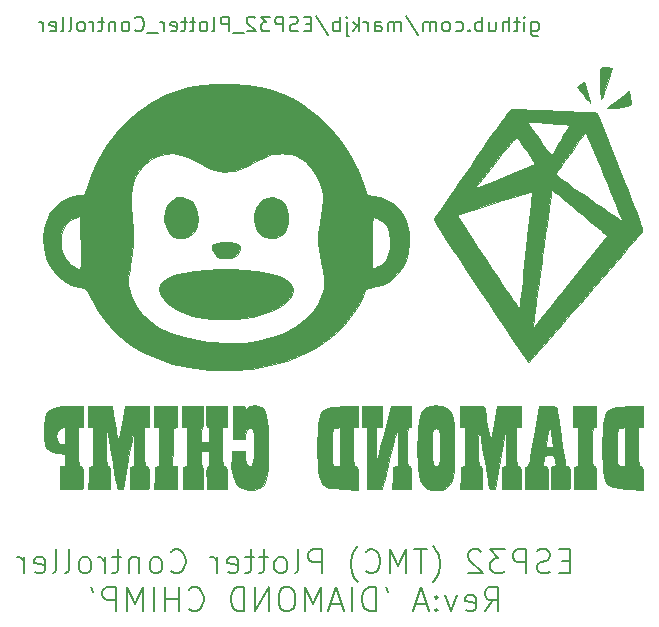
<source format=gbr>
%TF.GenerationSoftware,KiCad,Pcbnew,(5.1.9)-1*%
%TF.CreationDate,2021-05-11T15:40:24+01:00*%
%TF.ProjectId,ESP32_Plotter_Controller_revA,45535033-325f-4506-9c6f-747465725f43,rev?*%
%TF.SameCoordinates,Original*%
%TF.FileFunction,Legend,Bot*%
%TF.FilePolarity,Positive*%
%FSLAX46Y46*%
G04 Gerber Fmt 4.6, Leading zero omitted, Abs format (unit mm)*
G04 Created by KiCad (PCBNEW (5.1.9)-1) date 2021-05-11 15:40:24*
%MOMM*%
%LPD*%
G01*
G04 APERTURE LIST*
%ADD10C,0.200000*%
%ADD11C,0.010000*%
G04 APERTURE END LIST*
D10*
X164333452Y-71042642D02*
X164333452Y-72054547D01*
X164392976Y-72173595D01*
X164452500Y-72233119D01*
X164571547Y-72292642D01*
X164750119Y-72292642D01*
X164869166Y-72233119D01*
X164333452Y-71816452D02*
X164452500Y-71875976D01*
X164690595Y-71875976D01*
X164809642Y-71816452D01*
X164869166Y-71756928D01*
X164928690Y-71637880D01*
X164928690Y-71280738D01*
X164869166Y-71161690D01*
X164809642Y-71102166D01*
X164690595Y-71042642D01*
X164452500Y-71042642D01*
X164333452Y-71102166D01*
X163738214Y-71875976D02*
X163738214Y-71042642D01*
X163738214Y-70625976D02*
X163797738Y-70685500D01*
X163738214Y-70745023D01*
X163678690Y-70685500D01*
X163738214Y-70625976D01*
X163738214Y-70745023D01*
X163321547Y-71042642D02*
X162845357Y-71042642D01*
X163142976Y-70625976D02*
X163142976Y-71697404D01*
X163083452Y-71816452D01*
X162964404Y-71875976D01*
X162845357Y-71875976D01*
X162428690Y-71875976D02*
X162428690Y-70625976D01*
X161892976Y-71875976D02*
X161892976Y-71221214D01*
X161952500Y-71102166D01*
X162071547Y-71042642D01*
X162250119Y-71042642D01*
X162369166Y-71102166D01*
X162428690Y-71161690D01*
X160762023Y-71042642D02*
X160762023Y-71875976D01*
X161297738Y-71042642D02*
X161297738Y-71697404D01*
X161238214Y-71816452D01*
X161119166Y-71875976D01*
X160940595Y-71875976D01*
X160821547Y-71816452D01*
X160762023Y-71756928D01*
X160166785Y-71875976D02*
X160166785Y-70625976D01*
X160166785Y-71102166D02*
X160047738Y-71042642D01*
X159809642Y-71042642D01*
X159690595Y-71102166D01*
X159631071Y-71161690D01*
X159571547Y-71280738D01*
X159571547Y-71637880D01*
X159631071Y-71756928D01*
X159690595Y-71816452D01*
X159809642Y-71875976D01*
X160047738Y-71875976D01*
X160166785Y-71816452D01*
X159035833Y-71756928D02*
X158976309Y-71816452D01*
X159035833Y-71875976D01*
X159095357Y-71816452D01*
X159035833Y-71756928D01*
X159035833Y-71875976D01*
X157904880Y-71816452D02*
X158023928Y-71875976D01*
X158262023Y-71875976D01*
X158381071Y-71816452D01*
X158440595Y-71756928D01*
X158500119Y-71637880D01*
X158500119Y-71280738D01*
X158440595Y-71161690D01*
X158381071Y-71102166D01*
X158262023Y-71042642D01*
X158023928Y-71042642D01*
X157904880Y-71102166D01*
X157190595Y-71875976D02*
X157309642Y-71816452D01*
X157369166Y-71756928D01*
X157428690Y-71637880D01*
X157428690Y-71280738D01*
X157369166Y-71161690D01*
X157309642Y-71102166D01*
X157190595Y-71042642D01*
X157012023Y-71042642D01*
X156892976Y-71102166D01*
X156833452Y-71161690D01*
X156773928Y-71280738D01*
X156773928Y-71637880D01*
X156833452Y-71756928D01*
X156892976Y-71816452D01*
X157012023Y-71875976D01*
X157190595Y-71875976D01*
X156238214Y-71875976D02*
X156238214Y-71042642D01*
X156238214Y-71161690D02*
X156178690Y-71102166D01*
X156059642Y-71042642D01*
X155881071Y-71042642D01*
X155762023Y-71102166D01*
X155702500Y-71221214D01*
X155702500Y-71875976D01*
X155702500Y-71221214D02*
X155642976Y-71102166D01*
X155523928Y-71042642D01*
X155345357Y-71042642D01*
X155226309Y-71102166D01*
X155166785Y-71221214D01*
X155166785Y-71875976D01*
X153678690Y-70566452D02*
X154750119Y-72173595D01*
X153262023Y-71875976D02*
X153262023Y-71042642D01*
X153262023Y-71161690D02*
X153202500Y-71102166D01*
X153083452Y-71042642D01*
X152904880Y-71042642D01*
X152785833Y-71102166D01*
X152726309Y-71221214D01*
X152726309Y-71875976D01*
X152726309Y-71221214D02*
X152666785Y-71102166D01*
X152547738Y-71042642D01*
X152369166Y-71042642D01*
X152250119Y-71102166D01*
X152190595Y-71221214D01*
X152190595Y-71875976D01*
X151059642Y-71875976D02*
X151059642Y-71221214D01*
X151119166Y-71102166D01*
X151238214Y-71042642D01*
X151476309Y-71042642D01*
X151595357Y-71102166D01*
X151059642Y-71816452D02*
X151178690Y-71875976D01*
X151476309Y-71875976D01*
X151595357Y-71816452D01*
X151654880Y-71697404D01*
X151654880Y-71578357D01*
X151595357Y-71459309D01*
X151476309Y-71399785D01*
X151178690Y-71399785D01*
X151059642Y-71340261D01*
X150464404Y-71875976D02*
X150464404Y-71042642D01*
X150464404Y-71280738D02*
X150404880Y-71161690D01*
X150345357Y-71102166D01*
X150226309Y-71042642D01*
X150107261Y-71042642D01*
X149690595Y-71875976D02*
X149690595Y-70625976D01*
X149571547Y-71399785D02*
X149214404Y-71875976D01*
X149214404Y-71042642D02*
X149690595Y-71518833D01*
X148678690Y-71042642D02*
X148678690Y-72114071D01*
X148738214Y-72233119D01*
X148857261Y-72292642D01*
X148916785Y-72292642D01*
X148678690Y-70625976D02*
X148738214Y-70685500D01*
X148678690Y-70745023D01*
X148619166Y-70685500D01*
X148678690Y-70625976D01*
X148678690Y-70745023D01*
X148083452Y-71875976D02*
X148083452Y-70625976D01*
X148083452Y-71102166D02*
X147964404Y-71042642D01*
X147726309Y-71042642D01*
X147607261Y-71102166D01*
X147547738Y-71161690D01*
X147488214Y-71280738D01*
X147488214Y-71637880D01*
X147547738Y-71756928D01*
X147607261Y-71816452D01*
X147726309Y-71875976D01*
X147964404Y-71875976D01*
X148083452Y-71816452D01*
X146059642Y-70566452D02*
X147131071Y-72173595D01*
X145642976Y-71221214D02*
X145226309Y-71221214D01*
X145047738Y-71875976D02*
X145642976Y-71875976D01*
X145642976Y-70625976D01*
X145047738Y-70625976D01*
X144571547Y-71816452D02*
X144392976Y-71875976D01*
X144095357Y-71875976D01*
X143976309Y-71816452D01*
X143916785Y-71756928D01*
X143857261Y-71637880D01*
X143857261Y-71518833D01*
X143916785Y-71399785D01*
X143976309Y-71340261D01*
X144095357Y-71280738D01*
X144333452Y-71221214D01*
X144452500Y-71161690D01*
X144512023Y-71102166D01*
X144571547Y-70983119D01*
X144571547Y-70864071D01*
X144512023Y-70745023D01*
X144452500Y-70685500D01*
X144333452Y-70625976D01*
X144035833Y-70625976D01*
X143857261Y-70685500D01*
X143321547Y-71875976D02*
X143321547Y-70625976D01*
X142845357Y-70625976D01*
X142726309Y-70685500D01*
X142666785Y-70745023D01*
X142607261Y-70864071D01*
X142607261Y-71042642D01*
X142666785Y-71161690D01*
X142726309Y-71221214D01*
X142845357Y-71280738D01*
X143321547Y-71280738D01*
X142190595Y-70625976D02*
X141416785Y-70625976D01*
X141833452Y-71102166D01*
X141654880Y-71102166D01*
X141535833Y-71161690D01*
X141476309Y-71221214D01*
X141416785Y-71340261D01*
X141416785Y-71637880D01*
X141476309Y-71756928D01*
X141535833Y-71816452D01*
X141654880Y-71875976D01*
X142012023Y-71875976D01*
X142131071Y-71816452D01*
X142190595Y-71756928D01*
X140940595Y-70745023D02*
X140881071Y-70685500D01*
X140762023Y-70625976D01*
X140464404Y-70625976D01*
X140345357Y-70685500D01*
X140285833Y-70745023D01*
X140226309Y-70864071D01*
X140226309Y-70983119D01*
X140285833Y-71161690D01*
X141000119Y-71875976D01*
X140226309Y-71875976D01*
X139988214Y-71995023D02*
X139035833Y-71995023D01*
X138738214Y-71875976D02*
X138738214Y-70625976D01*
X138262023Y-70625976D01*
X138142976Y-70685500D01*
X138083452Y-70745023D01*
X138023928Y-70864071D01*
X138023928Y-71042642D01*
X138083452Y-71161690D01*
X138142976Y-71221214D01*
X138262023Y-71280738D01*
X138738214Y-71280738D01*
X137309642Y-71875976D02*
X137428690Y-71816452D01*
X137488214Y-71697404D01*
X137488214Y-70625976D01*
X136654880Y-71875976D02*
X136773928Y-71816452D01*
X136833452Y-71756928D01*
X136892976Y-71637880D01*
X136892976Y-71280738D01*
X136833452Y-71161690D01*
X136773928Y-71102166D01*
X136654880Y-71042642D01*
X136476309Y-71042642D01*
X136357261Y-71102166D01*
X136297738Y-71161690D01*
X136238214Y-71280738D01*
X136238214Y-71637880D01*
X136297738Y-71756928D01*
X136357261Y-71816452D01*
X136476309Y-71875976D01*
X136654880Y-71875976D01*
X135881071Y-71042642D02*
X135404880Y-71042642D01*
X135702500Y-70625976D02*
X135702500Y-71697404D01*
X135642976Y-71816452D01*
X135523928Y-71875976D01*
X135404880Y-71875976D01*
X135166785Y-71042642D02*
X134690595Y-71042642D01*
X134988214Y-70625976D02*
X134988214Y-71697404D01*
X134928690Y-71816452D01*
X134809642Y-71875976D01*
X134690595Y-71875976D01*
X133797738Y-71816452D02*
X133916785Y-71875976D01*
X134154880Y-71875976D01*
X134273928Y-71816452D01*
X134333452Y-71697404D01*
X134333452Y-71221214D01*
X134273928Y-71102166D01*
X134154880Y-71042642D01*
X133916785Y-71042642D01*
X133797738Y-71102166D01*
X133738214Y-71221214D01*
X133738214Y-71340261D01*
X134333452Y-71459309D01*
X133202500Y-71875976D02*
X133202500Y-71042642D01*
X133202500Y-71280738D02*
X133142976Y-71161690D01*
X133083452Y-71102166D01*
X132964404Y-71042642D01*
X132845357Y-71042642D01*
X132726309Y-71995023D02*
X131773928Y-71995023D01*
X130762023Y-71756928D02*
X130821547Y-71816452D01*
X131000119Y-71875976D01*
X131119166Y-71875976D01*
X131297738Y-71816452D01*
X131416785Y-71697404D01*
X131476309Y-71578357D01*
X131535833Y-71340261D01*
X131535833Y-71161690D01*
X131476309Y-70923595D01*
X131416785Y-70804547D01*
X131297738Y-70685500D01*
X131119166Y-70625976D01*
X131000119Y-70625976D01*
X130821547Y-70685500D01*
X130762023Y-70745023D01*
X130047738Y-71875976D02*
X130166785Y-71816452D01*
X130226309Y-71756928D01*
X130285833Y-71637880D01*
X130285833Y-71280738D01*
X130226309Y-71161690D01*
X130166785Y-71102166D01*
X130047738Y-71042642D01*
X129869166Y-71042642D01*
X129750119Y-71102166D01*
X129690595Y-71161690D01*
X129631071Y-71280738D01*
X129631071Y-71637880D01*
X129690595Y-71756928D01*
X129750119Y-71816452D01*
X129869166Y-71875976D01*
X130047738Y-71875976D01*
X129095357Y-71042642D02*
X129095357Y-71875976D01*
X129095357Y-71161690D02*
X129035833Y-71102166D01*
X128916785Y-71042642D01*
X128738214Y-71042642D01*
X128619166Y-71102166D01*
X128559642Y-71221214D01*
X128559642Y-71875976D01*
X128142976Y-71042642D02*
X127666785Y-71042642D01*
X127964404Y-70625976D02*
X127964404Y-71697404D01*
X127904880Y-71816452D01*
X127785833Y-71875976D01*
X127666785Y-71875976D01*
X127250119Y-71875976D02*
X127250119Y-71042642D01*
X127250119Y-71280738D02*
X127190595Y-71161690D01*
X127131071Y-71102166D01*
X127012023Y-71042642D01*
X126892976Y-71042642D01*
X126297738Y-71875976D02*
X126416785Y-71816452D01*
X126476309Y-71756928D01*
X126535833Y-71637880D01*
X126535833Y-71280738D01*
X126476309Y-71161690D01*
X126416785Y-71102166D01*
X126297738Y-71042642D01*
X126119166Y-71042642D01*
X126000119Y-71102166D01*
X125940595Y-71161690D01*
X125881071Y-71280738D01*
X125881071Y-71637880D01*
X125940595Y-71756928D01*
X126000119Y-71816452D01*
X126119166Y-71875976D01*
X126297738Y-71875976D01*
X125166785Y-71875976D02*
X125285833Y-71816452D01*
X125345357Y-71697404D01*
X125345357Y-70625976D01*
X124512023Y-71875976D02*
X124631071Y-71816452D01*
X124690595Y-71697404D01*
X124690595Y-70625976D01*
X123559642Y-71816452D02*
X123678690Y-71875976D01*
X123916785Y-71875976D01*
X124035833Y-71816452D01*
X124095357Y-71697404D01*
X124095357Y-71221214D01*
X124035833Y-71102166D01*
X123916785Y-71042642D01*
X123678690Y-71042642D01*
X123559642Y-71102166D01*
X123500119Y-71221214D01*
X123500119Y-71340261D01*
X124095357Y-71459309D01*
X122964404Y-71875976D02*
X122964404Y-71042642D01*
X122964404Y-71280738D02*
X122904880Y-71161690D01*
X122845357Y-71102166D01*
X122726309Y-71042642D01*
X122607261Y-71042642D01*
X167621214Y-116684642D02*
X166954547Y-116684642D01*
X166668833Y-117732261D02*
X167621214Y-117732261D01*
X167621214Y-115732261D01*
X166668833Y-115732261D01*
X165906928Y-117637023D02*
X165621214Y-117732261D01*
X165145023Y-117732261D01*
X164954547Y-117637023D01*
X164859309Y-117541785D01*
X164764071Y-117351309D01*
X164764071Y-117160833D01*
X164859309Y-116970357D01*
X164954547Y-116875119D01*
X165145023Y-116779880D01*
X165525976Y-116684642D01*
X165716452Y-116589404D01*
X165811690Y-116494166D01*
X165906928Y-116303690D01*
X165906928Y-116113214D01*
X165811690Y-115922738D01*
X165716452Y-115827500D01*
X165525976Y-115732261D01*
X165049785Y-115732261D01*
X164764071Y-115827500D01*
X163906928Y-117732261D02*
X163906928Y-115732261D01*
X163145023Y-115732261D01*
X162954547Y-115827500D01*
X162859309Y-115922738D01*
X162764071Y-116113214D01*
X162764071Y-116398928D01*
X162859309Y-116589404D01*
X162954547Y-116684642D01*
X163145023Y-116779880D01*
X163906928Y-116779880D01*
X162097404Y-115732261D02*
X160859309Y-115732261D01*
X161525976Y-116494166D01*
X161240261Y-116494166D01*
X161049785Y-116589404D01*
X160954547Y-116684642D01*
X160859309Y-116875119D01*
X160859309Y-117351309D01*
X160954547Y-117541785D01*
X161049785Y-117637023D01*
X161240261Y-117732261D01*
X161811690Y-117732261D01*
X162002166Y-117637023D01*
X162097404Y-117541785D01*
X160097404Y-115922738D02*
X160002166Y-115827500D01*
X159811690Y-115732261D01*
X159335500Y-115732261D01*
X159145023Y-115827500D01*
X159049785Y-115922738D01*
X158954547Y-116113214D01*
X158954547Y-116303690D01*
X159049785Y-116589404D01*
X160192642Y-117732261D01*
X158954547Y-117732261D01*
X156002166Y-118494166D02*
X156097404Y-118398928D01*
X156287880Y-118113214D01*
X156383119Y-117922738D01*
X156478357Y-117637023D01*
X156573595Y-117160833D01*
X156573595Y-116779880D01*
X156478357Y-116303690D01*
X156383119Y-116017976D01*
X156287880Y-115827500D01*
X156097404Y-115541785D01*
X156002166Y-115446547D01*
X155525976Y-115732261D02*
X154383119Y-115732261D01*
X154954547Y-117732261D02*
X154954547Y-115732261D01*
X153716452Y-117732261D02*
X153716452Y-115732261D01*
X153049785Y-117160833D01*
X152383119Y-115732261D01*
X152383119Y-117732261D01*
X150287880Y-117541785D02*
X150383119Y-117637023D01*
X150668833Y-117732261D01*
X150859309Y-117732261D01*
X151145023Y-117637023D01*
X151335500Y-117446547D01*
X151430738Y-117256071D01*
X151525976Y-116875119D01*
X151525976Y-116589404D01*
X151430738Y-116208452D01*
X151335500Y-116017976D01*
X151145023Y-115827500D01*
X150859309Y-115732261D01*
X150668833Y-115732261D01*
X150383119Y-115827500D01*
X150287880Y-115922738D01*
X149621214Y-118494166D02*
X149525976Y-118398928D01*
X149335500Y-118113214D01*
X149240261Y-117922738D01*
X149145023Y-117637023D01*
X149049785Y-117160833D01*
X149049785Y-116779880D01*
X149145023Y-116303690D01*
X149240261Y-116017976D01*
X149335500Y-115827500D01*
X149525976Y-115541785D01*
X149621214Y-115446547D01*
X146573595Y-117732261D02*
X146573595Y-115732261D01*
X145811690Y-115732261D01*
X145621214Y-115827500D01*
X145525976Y-115922738D01*
X145430738Y-116113214D01*
X145430738Y-116398928D01*
X145525976Y-116589404D01*
X145621214Y-116684642D01*
X145811690Y-116779880D01*
X146573595Y-116779880D01*
X144287880Y-117732261D02*
X144478357Y-117637023D01*
X144573595Y-117446547D01*
X144573595Y-115732261D01*
X143240261Y-117732261D02*
X143430738Y-117637023D01*
X143525976Y-117541785D01*
X143621214Y-117351309D01*
X143621214Y-116779880D01*
X143525976Y-116589404D01*
X143430738Y-116494166D01*
X143240261Y-116398928D01*
X142954547Y-116398928D01*
X142764071Y-116494166D01*
X142668833Y-116589404D01*
X142573595Y-116779880D01*
X142573595Y-117351309D01*
X142668833Y-117541785D01*
X142764071Y-117637023D01*
X142954547Y-117732261D01*
X143240261Y-117732261D01*
X142002166Y-116398928D02*
X141240261Y-116398928D01*
X141716452Y-115732261D02*
X141716452Y-117446547D01*
X141621214Y-117637023D01*
X141430738Y-117732261D01*
X141240261Y-117732261D01*
X140859309Y-116398928D02*
X140097404Y-116398928D01*
X140573595Y-115732261D02*
X140573595Y-117446547D01*
X140478357Y-117637023D01*
X140287880Y-117732261D01*
X140097404Y-117732261D01*
X138668833Y-117637023D02*
X138859309Y-117732261D01*
X139240261Y-117732261D01*
X139430738Y-117637023D01*
X139525976Y-117446547D01*
X139525976Y-116684642D01*
X139430738Y-116494166D01*
X139240261Y-116398928D01*
X138859309Y-116398928D01*
X138668833Y-116494166D01*
X138573595Y-116684642D01*
X138573595Y-116875119D01*
X139525976Y-117065595D01*
X137716452Y-117732261D02*
X137716452Y-116398928D01*
X137716452Y-116779880D02*
X137621214Y-116589404D01*
X137525976Y-116494166D01*
X137335500Y-116398928D01*
X137145023Y-116398928D01*
X133811690Y-117541785D02*
X133906928Y-117637023D01*
X134192642Y-117732261D01*
X134383119Y-117732261D01*
X134668833Y-117637023D01*
X134859309Y-117446547D01*
X134954547Y-117256071D01*
X135049785Y-116875119D01*
X135049785Y-116589404D01*
X134954547Y-116208452D01*
X134859309Y-116017976D01*
X134668833Y-115827500D01*
X134383119Y-115732261D01*
X134192642Y-115732261D01*
X133906928Y-115827500D01*
X133811690Y-115922738D01*
X132668833Y-117732261D02*
X132859309Y-117637023D01*
X132954547Y-117541785D01*
X133049785Y-117351309D01*
X133049785Y-116779880D01*
X132954547Y-116589404D01*
X132859309Y-116494166D01*
X132668833Y-116398928D01*
X132383119Y-116398928D01*
X132192642Y-116494166D01*
X132097404Y-116589404D01*
X132002166Y-116779880D01*
X132002166Y-117351309D01*
X132097404Y-117541785D01*
X132192642Y-117637023D01*
X132383119Y-117732261D01*
X132668833Y-117732261D01*
X131145023Y-116398928D02*
X131145023Y-117732261D01*
X131145023Y-116589404D02*
X131049785Y-116494166D01*
X130859309Y-116398928D01*
X130573595Y-116398928D01*
X130383119Y-116494166D01*
X130287880Y-116684642D01*
X130287880Y-117732261D01*
X129621214Y-116398928D02*
X128859309Y-116398928D01*
X129335500Y-115732261D02*
X129335500Y-117446547D01*
X129240261Y-117637023D01*
X129049785Y-117732261D01*
X128859309Y-117732261D01*
X128192642Y-117732261D02*
X128192642Y-116398928D01*
X128192642Y-116779880D02*
X128097404Y-116589404D01*
X128002166Y-116494166D01*
X127811690Y-116398928D01*
X127621214Y-116398928D01*
X126668833Y-117732261D02*
X126859309Y-117637023D01*
X126954547Y-117541785D01*
X127049785Y-117351309D01*
X127049785Y-116779880D01*
X126954547Y-116589404D01*
X126859309Y-116494166D01*
X126668833Y-116398928D01*
X126383119Y-116398928D01*
X126192642Y-116494166D01*
X126097404Y-116589404D01*
X126002166Y-116779880D01*
X126002166Y-117351309D01*
X126097404Y-117541785D01*
X126192642Y-117637023D01*
X126383119Y-117732261D01*
X126668833Y-117732261D01*
X124859309Y-117732261D02*
X125049785Y-117637023D01*
X125145023Y-117446547D01*
X125145023Y-115732261D01*
X123811690Y-117732261D02*
X124002166Y-117637023D01*
X124097404Y-117446547D01*
X124097404Y-115732261D01*
X122287880Y-117637023D02*
X122478357Y-117732261D01*
X122859309Y-117732261D01*
X123049785Y-117637023D01*
X123145023Y-117446547D01*
X123145023Y-116684642D01*
X123049785Y-116494166D01*
X122859309Y-116398928D01*
X122478357Y-116398928D01*
X122287880Y-116494166D01*
X122192642Y-116684642D01*
X122192642Y-116875119D01*
X123145023Y-117065595D01*
X121335500Y-117732261D02*
X121335500Y-116398928D01*
X121335500Y-116779880D02*
X121240261Y-116589404D01*
X121145023Y-116494166D01*
X120954547Y-116398928D01*
X120764071Y-116398928D01*
X160383119Y-120932261D02*
X161049785Y-119979880D01*
X161525976Y-120932261D02*
X161525976Y-118932261D01*
X160764071Y-118932261D01*
X160573595Y-119027500D01*
X160478357Y-119122738D01*
X160383119Y-119313214D01*
X160383119Y-119598928D01*
X160478357Y-119789404D01*
X160573595Y-119884642D01*
X160764071Y-119979880D01*
X161525976Y-119979880D01*
X158764071Y-120837023D02*
X158954547Y-120932261D01*
X159335500Y-120932261D01*
X159525976Y-120837023D01*
X159621214Y-120646547D01*
X159621214Y-119884642D01*
X159525976Y-119694166D01*
X159335500Y-119598928D01*
X158954547Y-119598928D01*
X158764071Y-119694166D01*
X158668833Y-119884642D01*
X158668833Y-120075119D01*
X159621214Y-120265595D01*
X158002166Y-119598928D02*
X157525976Y-120932261D01*
X157049785Y-119598928D01*
X156287880Y-120741785D02*
X156192642Y-120837023D01*
X156287880Y-120932261D01*
X156383119Y-120837023D01*
X156287880Y-120741785D01*
X156287880Y-120932261D01*
X156287880Y-119694166D02*
X156192642Y-119789404D01*
X156287880Y-119884642D01*
X156383119Y-119789404D01*
X156287880Y-119694166D01*
X156287880Y-119884642D01*
X155430738Y-120360833D02*
X154478357Y-120360833D01*
X155621214Y-120932261D02*
X154954547Y-118932261D01*
X154287880Y-120932261D01*
X152002166Y-118932261D02*
X152192642Y-119313214D01*
X151145023Y-120932261D02*
X151145023Y-118932261D01*
X150668833Y-118932261D01*
X150383119Y-119027500D01*
X150192642Y-119217976D01*
X150097404Y-119408452D01*
X150002166Y-119789404D01*
X150002166Y-120075119D01*
X150097404Y-120456071D01*
X150192642Y-120646547D01*
X150383119Y-120837023D01*
X150668833Y-120932261D01*
X151145023Y-120932261D01*
X149145023Y-120932261D02*
X149145023Y-118932261D01*
X148287880Y-120360833D02*
X147335500Y-120360833D01*
X148478357Y-120932261D02*
X147811690Y-118932261D01*
X147145023Y-120932261D01*
X146478357Y-120932261D02*
X146478357Y-118932261D01*
X145811690Y-120360833D01*
X145145023Y-118932261D01*
X145145023Y-120932261D01*
X143811690Y-118932261D02*
X143430738Y-118932261D01*
X143240261Y-119027500D01*
X143049785Y-119217976D01*
X142954547Y-119598928D01*
X142954547Y-120265595D01*
X143049785Y-120646547D01*
X143240261Y-120837023D01*
X143430738Y-120932261D01*
X143811690Y-120932261D01*
X144002166Y-120837023D01*
X144192642Y-120646547D01*
X144287880Y-120265595D01*
X144287880Y-119598928D01*
X144192642Y-119217976D01*
X144002166Y-119027500D01*
X143811690Y-118932261D01*
X142097404Y-120932261D02*
X142097404Y-118932261D01*
X140954547Y-120932261D01*
X140954547Y-118932261D01*
X140002166Y-120932261D02*
X140002166Y-118932261D01*
X139525976Y-118932261D01*
X139240261Y-119027500D01*
X139049785Y-119217976D01*
X138954547Y-119408452D01*
X138859309Y-119789404D01*
X138859309Y-120075119D01*
X138954547Y-120456071D01*
X139049785Y-120646547D01*
X139240261Y-120837023D01*
X139525976Y-120932261D01*
X140002166Y-120932261D01*
X135335500Y-120741785D02*
X135430738Y-120837023D01*
X135716452Y-120932261D01*
X135906928Y-120932261D01*
X136192642Y-120837023D01*
X136383119Y-120646547D01*
X136478357Y-120456071D01*
X136573595Y-120075119D01*
X136573595Y-119789404D01*
X136478357Y-119408452D01*
X136383119Y-119217976D01*
X136192642Y-119027500D01*
X135906928Y-118932261D01*
X135716452Y-118932261D01*
X135430738Y-119027500D01*
X135335500Y-119122738D01*
X134478357Y-120932261D02*
X134478357Y-118932261D01*
X134478357Y-119884642D02*
X133335500Y-119884642D01*
X133335500Y-120932261D02*
X133335500Y-118932261D01*
X132383119Y-120932261D02*
X132383119Y-118932261D01*
X131430738Y-120932261D02*
X131430738Y-118932261D01*
X130764071Y-120360833D01*
X130097404Y-118932261D01*
X130097404Y-120932261D01*
X129145023Y-120932261D02*
X129145023Y-118932261D01*
X128383119Y-118932261D01*
X128192642Y-119027500D01*
X128097404Y-119122738D01*
X128002166Y-119313214D01*
X128002166Y-119598928D01*
X128097404Y-119789404D01*
X128192642Y-119884642D01*
X128383119Y-119979880D01*
X129145023Y-119979880D01*
X127049785Y-118932261D02*
X127240261Y-119313214D01*
D11*
%TO.C,G\u002A\u002A\u002A*%
G36*
X155865583Y-103549443D02*
G01*
X155489444Y-103647291D01*
X155211250Y-103846415D01*
X155006370Y-104155239D01*
X154893192Y-104490068D01*
X154802989Y-104958902D01*
X154735802Y-105530742D01*
X154691676Y-106174590D01*
X154670653Y-106859447D01*
X154672777Y-107554315D01*
X154698090Y-108228195D01*
X154746636Y-108850088D01*
X154818458Y-109388996D01*
X154913599Y-109813920D01*
X154998194Y-110035099D01*
X155160447Y-110280960D01*
X155352926Y-110479739D01*
X155393186Y-110509072D01*
X155614176Y-110596889D01*
X155938091Y-110662085D01*
X156299223Y-110697463D01*
X156631869Y-110695826D01*
X156823834Y-110665781D01*
X157180353Y-110482765D01*
X157470767Y-110168478D01*
X157593705Y-109940759D01*
X157642951Y-109805162D01*
X157681702Y-109641073D01*
X157711667Y-109425724D01*
X157734553Y-109136348D01*
X157752069Y-108750177D01*
X157765924Y-108244445D01*
X157777824Y-107596384D01*
X157779960Y-107458235D01*
X157783552Y-107029639D01*
X156611377Y-107029639D01*
X156605522Y-107476522D01*
X156589325Y-107887181D01*
X156562981Y-108221358D01*
X156526685Y-108438793D01*
X156513910Y-108475183D01*
X156372536Y-108647263D01*
X156200155Y-108678769D01*
X156045377Y-108564672D01*
X156021954Y-108526085D01*
X155972005Y-108348394D01*
X155930394Y-108042659D01*
X155899008Y-107650047D01*
X155879732Y-107211724D01*
X155874453Y-106768855D01*
X155885056Y-106362609D01*
X155909259Y-106066167D01*
X155950876Y-105769428D01*
X155997187Y-105601378D01*
X156068971Y-105522140D01*
X156187004Y-105491835D01*
X156209959Y-105489047D01*
X156398824Y-105504554D01*
X156507934Y-105637513D01*
X156527459Y-105685059D01*
X156564930Y-105874243D01*
X156591277Y-106188240D01*
X156606694Y-106586792D01*
X156611377Y-107029639D01*
X157783552Y-107029639D01*
X157787629Y-106543391D01*
X157777001Y-105783048D01*
X157742905Y-105162888D01*
X157680174Y-104668587D01*
X157583637Y-104285825D01*
X157448124Y-104000281D01*
X157268468Y-103797634D01*
X157039497Y-103663561D01*
X156756043Y-103583743D01*
X156412935Y-103543858D01*
X156365972Y-103540988D01*
X155865583Y-103549443D01*
G37*
X155865583Y-103549443D02*
X155489444Y-103647291D01*
X155211250Y-103846415D01*
X155006370Y-104155239D01*
X154893192Y-104490068D01*
X154802989Y-104958902D01*
X154735802Y-105530742D01*
X154691676Y-106174590D01*
X154670653Y-106859447D01*
X154672777Y-107554315D01*
X154698090Y-108228195D01*
X154746636Y-108850088D01*
X154818458Y-109388996D01*
X154913599Y-109813920D01*
X154998194Y-110035099D01*
X155160447Y-110280960D01*
X155352926Y-110479739D01*
X155393186Y-110509072D01*
X155614176Y-110596889D01*
X155938091Y-110662085D01*
X156299223Y-110697463D01*
X156631869Y-110695826D01*
X156823834Y-110665781D01*
X157180353Y-110482765D01*
X157470767Y-110168478D01*
X157593705Y-109940759D01*
X157642951Y-109805162D01*
X157681702Y-109641073D01*
X157711667Y-109425724D01*
X157734553Y-109136348D01*
X157752069Y-108750177D01*
X157765924Y-108244445D01*
X157777824Y-107596384D01*
X157779960Y-107458235D01*
X157783552Y-107029639D01*
X156611377Y-107029639D01*
X156605522Y-107476522D01*
X156589325Y-107887181D01*
X156562981Y-108221358D01*
X156526685Y-108438793D01*
X156513910Y-108475183D01*
X156372536Y-108647263D01*
X156200155Y-108678769D01*
X156045377Y-108564672D01*
X156021954Y-108526085D01*
X155972005Y-108348394D01*
X155930394Y-108042659D01*
X155899008Y-107650047D01*
X155879732Y-107211724D01*
X155874453Y-106768855D01*
X155885056Y-106362609D01*
X155909259Y-106066167D01*
X155950876Y-105769428D01*
X155997187Y-105601378D01*
X156068971Y-105522140D01*
X156187004Y-105491835D01*
X156209959Y-105489047D01*
X156398824Y-105504554D01*
X156507934Y-105637513D01*
X156527459Y-105685059D01*
X156564930Y-105874243D01*
X156591277Y-106188240D01*
X156606694Y-106586792D01*
X156611377Y-107029639D01*
X157783552Y-107029639D01*
X157787629Y-106543391D01*
X157777001Y-105783048D01*
X157742905Y-105162888D01*
X157680174Y-104668587D01*
X157583637Y-104285825D01*
X157448124Y-104000281D01*
X157268468Y-103797634D01*
X157039497Y-103663561D01*
X156756043Y-103583743D01*
X156412935Y-103543858D01*
X156365972Y-103540988D01*
X155865583Y-103549443D01*
G36*
X140523615Y-103591132D02*
G01*
X140325252Y-103701645D01*
X140173631Y-103807951D01*
X140111152Y-103804640D01*
X140102167Y-103743979D01*
X140067985Y-103667482D01*
X139942771Y-103626283D01*
X139692523Y-103611467D01*
X139594167Y-103610834D01*
X139086167Y-103610834D01*
X139086167Y-106404834D01*
X140102167Y-106404834D01*
X140102167Y-106066167D01*
X140147603Y-105769966D01*
X140266500Y-105552872D01*
X140432741Y-105445723D01*
X140605978Y-105471258D01*
X140728215Y-105625920D01*
X140810971Y-105939079D01*
X140854476Y-106412563D01*
X140858958Y-107048205D01*
X140847527Y-107406408D01*
X140813254Y-107928786D01*
X140757194Y-108300424D01*
X140673629Y-108539151D01*
X140556844Y-108662796D01*
X140435759Y-108690834D01*
X140270582Y-108611631D01*
X140159476Y-108380678D01*
X140106348Y-108007957D01*
X140102167Y-107838655D01*
X140102167Y-107420834D01*
X139014978Y-107420834D01*
X138955188Y-107979152D01*
X138934385Y-108776198D01*
X139050998Y-109484593D01*
X139225699Y-109948537D01*
X139394204Y-110245792D01*
X139574944Y-110434763D01*
X139795234Y-110560511D01*
X140291180Y-110697793D01*
X140814783Y-110689711D01*
X141260719Y-110558294D01*
X141474535Y-110434912D01*
X141647470Y-110267227D01*
X141783485Y-110038067D01*
X141886540Y-109730258D01*
X141960595Y-109326628D01*
X142009610Y-108810003D01*
X142037547Y-108163210D01*
X142048365Y-107369076D01*
X142048861Y-107140718D01*
X142039889Y-106237492D01*
X142009486Y-105489803D01*
X141953545Y-104884743D01*
X141867960Y-104409405D01*
X141748625Y-104050880D01*
X141591435Y-103796261D01*
X141392284Y-103632640D01*
X141147065Y-103547110D01*
X140899080Y-103526167D01*
X140523615Y-103591132D01*
G37*
X140523615Y-103591132D02*
X140325252Y-103701645D01*
X140173631Y-103807951D01*
X140111152Y-103804640D01*
X140102167Y-103743979D01*
X140067985Y-103667482D01*
X139942771Y-103626283D01*
X139692523Y-103611467D01*
X139594167Y-103610834D01*
X139086167Y-103610834D01*
X139086167Y-106404834D01*
X140102167Y-106404834D01*
X140102167Y-106066167D01*
X140147603Y-105769966D01*
X140266500Y-105552872D01*
X140432741Y-105445723D01*
X140605978Y-105471258D01*
X140728215Y-105625920D01*
X140810971Y-105939079D01*
X140854476Y-106412563D01*
X140858958Y-107048205D01*
X140847527Y-107406408D01*
X140813254Y-107928786D01*
X140757194Y-108300424D01*
X140673629Y-108539151D01*
X140556844Y-108662796D01*
X140435759Y-108690834D01*
X140270582Y-108611631D01*
X140159476Y-108380678D01*
X140106348Y-108007957D01*
X140102167Y-107838655D01*
X140102167Y-107420834D01*
X139014978Y-107420834D01*
X138955188Y-107979152D01*
X138934385Y-108776198D01*
X139050998Y-109484593D01*
X139225699Y-109948537D01*
X139394204Y-110245792D01*
X139574944Y-110434763D01*
X139795234Y-110560511D01*
X140291180Y-110697793D01*
X140814783Y-110689711D01*
X141260719Y-110558294D01*
X141474535Y-110434912D01*
X141647470Y-110267227D01*
X141783485Y-110038067D01*
X141886540Y-109730258D01*
X141960595Y-109326628D01*
X142009610Y-108810003D01*
X142037547Y-108163210D01*
X142048365Y-107369076D01*
X142048861Y-107140718D01*
X142039889Y-106237492D01*
X142009486Y-105489803D01*
X141953545Y-104884743D01*
X141867960Y-104409405D01*
X141748625Y-104050880D01*
X141591435Y-103796261D01*
X141392284Y-103632640D01*
X141147065Y-103547110D01*
X140899080Y-103526167D01*
X140523615Y-103591132D01*
G36*
X172593000Y-103625392D02*
G01*
X171953921Y-103652314D01*
X171461780Y-103706141D01*
X171094671Y-103800941D01*
X170830686Y-103950782D01*
X170647917Y-104169733D01*
X170524458Y-104471862D01*
X170438400Y-104871237D01*
X170414857Y-105024127D01*
X170376025Y-105413159D01*
X170349681Y-105927810D01*
X170335809Y-106524825D01*
X170334388Y-107160953D01*
X170345400Y-107792939D01*
X170368828Y-108377533D01*
X170404653Y-108871479D01*
X170416542Y-108984505D01*
X170489737Y-109481867D01*
X170595247Y-109864446D01*
X170754420Y-110148032D01*
X170988603Y-110348412D01*
X171319144Y-110481376D01*
X171767390Y-110562713D01*
X172354687Y-110608210D01*
X172627407Y-110619699D01*
X173805269Y-110662058D01*
X173781218Y-109697613D01*
X173769202Y-109281713D01*
X173753577Y-109005373D01*
X173727909Y-108838843D01*
X173685758Y-108752375D01*
X173620687Y-108716217D01*
X173566667Y-108706112D01*
X173501188Y-108692933D01*
X173498136Y-108690834D01*
X172275500Y-108690834D01*
X172042667Y-108689537D01*
X171820548Y-108660171D01*
X171682834Y-108607924D01*
X171635073Y-108550883D01*
X171600549Y-108433888D01*
X171577320Y-108233731D01*
X171563445Y-107927205D01*
X171556985Y-107491104D01*
X171555834Y-107089429D01*
X171560969Y-106538194D01*
X171575656Y-106092139D01*
X171598812Y-105770143D01*
X171629359Y-105591083D01*
X171643146Y-105563963D01*
X171783068Y-105487015D01*
X171998843Y-105423006D01*
X172002980Y-105422171D01*
X172275500Y-105367667D01*
X172275500Y-108690834D01*
X173498136Y-108690834D01*
X173452750Y-108659629D01*
X173418784Y-108583657D01*
X173396722Y-108442469D01*
X173383996Y-108213523D01*
X173378037Y-107874274D01*
X173376276Y-107402176D01*
X173376167Y-107033945D01*
X173376167Y-105388834D01*
X173799500Y-105388834D01*
X173799500Y-103594956D01*
X172593000Y-103625392D01*
G37*
X172593000Y-103625392D02*
X171953921Y-103652314D01*
X171461780Y-103706141D01*
X171094671Y-103800941D01*
X170830686Y-103950782D01*
X170647917Y-104169733D01*
X170524458Y-104471862D01*
X170438400Y-104871237D01*
X170414857Y-105024127D01*
X170376025Y-105413159D01*
X170349681Y-105927810D01*
X170335809Y-106524825D01*
X170334388Y-107160953D01*
X170345400Y-107792939D01*
X170368828Y-108377533D01*
X170404653Y-108871479D01*
X170416542Y-108984505D01*
X170489737Y-109481867D01*
X170595247Y-109864446D01*
X170754420Y-110148032D01*
X170988603Y-110348412D01*
X171319144Y-110481376D01*
X171767390Y-110562713D01*
X172354687Y-110608210D01*
X172627407Y-110619699D01*
X173805269Y-110662058D01*
X173781218Y-109697613D01*
X173769202Y-109281713D01*
X173753577Y-109005373D01*
X173727909Y-108838843D01*
X173685758Y-108752375D01*
X173620687Y-108716217D01*
X173566667Y-108706112D01*
X173501188Y-108692933D01*
X173498136Y-108690834D01*
X172275500Y-108690834D01*
X172042667Y-108689537D01*
X171820548Y-108660171D01*
X171682834Y-108607924D01*
X171635073Y-108550883D01*
X171600549Y-108433888D01*
X171577320Y-108233731D01*
X171563445Y-107927205D01*
X171556985Y-107491104D01*
X171555834Y-107089429D01*
X171560969Y-106538194D01*
X171575656Y-106092139D01*
X171598812Y-105770143D01*
X171629359Y-105591083D01*
X171643146Y-105563963D01*
X171783068Y-105487015D01*
X171998843Y-105423006D01*
X172002980Y-105422171D01*
X172275500Y-105367667D01*
X172275500Y-108690834D01*
X173498136Y-108690834D01*
X173452750Y-108659629D01*
X173418784Y-108583657D01*
X173396722Y-108442469D01*
X173383996Y-108213523D01*
X173378037Y-107874274D01*
X173376276Y-107402176D01*
X173376167Y-107033945D01*
X173376167Y-105388834D01*
X173799500Y-105388834D01*
X173799500Y-103594956D01*
X172593000Y-103625392D01*
G36*
X167872834Y-105388834D02*
G01*
X168296167Y-105388834D01*
X168296167Y-107033945D01*
X168295718Y-107599468D01*
X168292658Y-108018203D01*
X168284419Y-108312694D01*
X168268433Y-108505485D01*
X168242131Y-108619122D01*
X168202944Y-108676150D01*
X168148306Y-108699112D01*
X168105667Y-108706112D01*
X168022409Y-108725762D01*
X167967793Y-108776643D01*
X167935791Y-108889079D01*
X167920376Y-109093395D01*
X167915521Y-109419918D01*
X167915167Y-109664500D01*
X167915167Y-110595834D01*
X168867667Y-110619773D01*
X169820167Y-110643713D01*
X169820167Y-109667273D01*
X169818381Y-109248231D01*
X169809714Y-108969902D01*
X169789205Y-108803679D01*
X169751893Y-108720953D01*
X169692816Y-108693115D01*
X169650834Y-108690834D01*
X169592680Y-108684044D01*
X169549628Y-108648945D01*
X169519411Y-108563441D01*
X169499763Y-108405437D01*
X169488417Y-108152837D01*
X169483107Y-107783546D01*
X169481568Y-107275468D01*
X169481500Y-107039834D01*
X169482197Y-106472838D01*
X169485797Y-106053079D01*
X169494566Y-105758461D01*
X169510772Y-105566889D01*
X169536680Y-105456267D01*
X169574556Y-105404501D01*
X169626666Y-105389494D01*
X169650834Y-105388834D01*
X169726376Y-105377687D01*
X169775369Y-105324288D01*
X169803517Y-105198700D01*
X169816520Y-104970984D01*
X169820083Y-104611203D01*
X169820167Y-104499834D01*
X169820167Y-103610834D01*
X167872834Y-103610834D01*
X167872834Y-105388834D01*
G37*
X167872834Y-105388834D02*
X168296167Y-105388834D01*
X168296167Y-107033945D01*
X168295718Y-107599468D01*
X168292658Y-108018203D01*
X168284419Y-108312694D01*
X168268433Y-108505485D01*
X168242131Y-108619122D01*
X168202944Y-108676150D01*
X168148306Y-108699112D01*
X168105667Y-108706112D01*
X168022409Y-108725762D01*
X167967793Y-108776643D01*
X167935791Y-108889079D01*
X167920376Y-109093395D01*
X167915521Y-109419918D01*
X167915167Y-109664500D01*
X167915167Y-110595834D01*
X168867667Y-110619773D01*
X169820167Y-110643713D01*
X169820167Y-109667273D01*
X169818381Y-109248231D01*
X169809714Y-108969902D01*
X169789205Y-108803679D01*
X169751893Y-108720953D01*
X169692816Y-108693115D01*
X169650834Y-108690834D01*
X169592680Y-108684044D01*
X169549628Y-108648945D01*
X169519411Y-108563441D01*
X169499763Y-108405437D01*
X169488417Y-108152837D01*
X169483107Y-107783546D01*
X169481568Y-107275468D01*
X169481500Y-107039834D01*
X169482197Y-106472838D01*
X169485797Y-106053079D01*
X169494566Y-105758461D01*
X169510772Y-105566889D01*
X169536680Y-105456267D01*
X169574556Y-105404501D01*
X169626666Y-105389494D01*
X169650834Y-105388834D01*
X169726376Y-105377687D01*
X169775369Y-105324288D01*
X169803517Y-105198700D01*
X169816520Y-104970984D01*
X169820083Y-104611203D01*
X169820167Y-104499834D01*
X169820167Y-103610834D01*
X167872834Y-103610834D01*
X167872834Y-105388834D01*
G36*
X164522069Y-106147172D02*
G01*
X164405289Y-106867674D01*
X164310426Y-107438356D01*
X164233500Y-107876739D01*
X164170528Y-108200344D01*
X164117529Y-108426693D01*
X164070519Y-108573305D01*
X164025518Y-108657702D01*
X163978544Y-108697406D01*
X163940007Y-108708338D01*
X163864012Y-108730026D01*
X163814152Y-108789166D01*
X163784959Y-108915891D01*
X163770966Y-109140330D01*
X163766705Y-109492617D01*
X163766500Y-109664500D01*
X163766500Y-110595834D01*
X165713834Y-110595834D01*
X165713834Y-109664500D01*
X165712233Y-109257231D01*
X165703412Y-108988966D01*
X165681344Y-108829380D01*
X165639999Y-108748148D01*
X165573352Y-108714944D01*
X165523334Y-108706112D01*
X165403602Y-108667815D01*
X165346542Y-108572431D01*
X165344315Y-108383739D01*
X165387177Y-108077000D01*
X165426542Y-107886616D01*
X165495358Y-107793323D01*
X165643907Y-107762483D01*
X165848075Y-107759500D01*
X166093942Y-107765590D01*
X166220573Y-107806948D01*
X166278065Y-107918208D01*
X166307331Y-108077000D01*
X166348634Y-108326054D01*
X166383178Y-108519979D01*
X166386668Y-108537928D01*
X166352546Y-108656520D01*
X166191501Y-108707261D01*
X165967834Y-108733167D01*
X165967834Y-110595834D01*
X166752431Y-110620196D01*
X167146485Y-110626129D01*
X167398786Y-110612548D01*
X167536102Y-110576524D01*
X167581180Y-110529503D01*
X167597679Y-110399404D01*
X167606191Y-110142900D01*
X167605831Y-109802772D01*
X167600916Y-109573807D01*
X167587546Y-109190032D01*
X167569058Y-108943606D01*
X167537536Y-108802566D01*
X167485064Y-108734951D01*
X167403724Y-108708798D01*
X167386000Y-108706112D01*
X167237153Y-108658461D01*
X167195500Y-108608868D01*
X167182829Y-108510273D01*
X167147012Y-108266020D01*
X167091347Y-107897709D01*
X167019132Y-107426940D01*
X166955778Y-107018037D01*
X166163815Y-107018037D01*
X166086858Y-107071439D01*
X165892346Y-107082167D01*
X165686992Y-107066412D01*
X165602005Y-106999248D01*
X165588662Y-106891667D01*
X165601948Y-106709763D01*
X165634932Y-106432858D01*
X165680749Y-106105358D01*
X165732533Y-105771668D01*
X165783419Y-105476194D01*
X165826540Y-105263341D01*
X165853522Y-105178589D01*
X165881434Y-105238300D01*
X165923459Y-105431642D01*
X165972746Y-105724213D01*
X166001139Y-105919825D01*
X166053646Y-106287389D01*
X166103063Y-106608979D01*
X166141594Y-106834791D01*
X166153253Y-106891667D01*
X166163815Y-107018037D01*
X166955778Y-107018037D01*
X166933664Y-106875311D01*
X166838240Y-106264421D01*
X166814500Y-106113154D01*
X166717332Y-105493283D01*
X166629305Y-104929289D01*
X166553705Y-104442406D01*
X166493814Y-104053865D01*
X166452915Y-103784900D01*
X166434291Y-103656743D01*
X166433500Y-103649231D01*
X166355180Y-103632214D01*
X166145582Y-103619063D01*
X165842753Y-103611723D01*
X165682062Y-103610834D01*
X164930624Y-103610834D01*
X164522069Y-106147172D01*
G37*
X164522069Y-106147172D02*
X164405289Y-106867674D01*
X164310426Y-107438356D01*
X164233500Y-107876739D01*
X164170528Y-108200344D01*
X164117529Y-108426693D01*
X164070519Y-108573305D01*
X164025518Y-108657702D01*
X163978544Y-108697406D01*
X163940007Y-108708338D01*
X163864012Y-108730026D01*
X163814152Y-108789166D01*
X163784959Y-108915891D01*
X163770966Y-109140330D01*
X163766705Y-109492617D01*
X163766500Y-109664500D01*
X163766500Y-110595834D01*
X165713834Y-110595834D01*
X165713834Y-109664500D01*
X165712233Y-109257231D01*
X165703412Y-108988966D01*
X165681344Y-108829380D01*
X165639999Y-108748148D01*
X165573352Y-108714944D01*
X165523334Y-108706112D01*
X165403602Y-108667815D01*
X165346542Y-108572431D01*
X165344315Y-108383739D01*
X165387177Y-108077000D01*
X165426542Y-107886616D01*
X165495358Y-107793323D01*
X165643907Y-107762483D01*
X165848075Y-107759500D01*
X166093942Y-107765590D01*
X166220573Y-107806948D01*
X166278065Y-107918208D01*
X166307331Y-108077000D01*
X166348634Y-108326054D01*
X166383178Y-108519979D01*
X166386668Y-108537928D01*
X166352546Y-108656520D01*
X166191501Y-108707261D01*
X165967834Y-108733167D01*
X165967834Y-110595834D01*
X166752431Y-110620196D01*
X167146485Y-110626129D01*
X167398786Y-110612548D01*
X167536102Y-110576524D01*
X167581180Y-110529503D01*
X167597679Y-110399404D01*
X167606191Y-110142900D01*
X167605831Y-109802772D01*
X167600916Y-109573807D01*
X167587546Y-109190032D01*
X167569058Y-108943606D01*
X167537536Y-108802566D01*
X167485064Y-108734951D01*
X167403724Y-108708798D01*
X167386000Y-108706112D01*
X167237153Y-108658461D01*
X167195500Y-108608868D01*
X167182829Y-108510273D01*
X167147012Y-108266020D01*
X167091347Y-107897709D01*
X167019132Y-107426940D01*
X166955778Y-107018037D01*
X166163815Y-107018037D01*
X166086858Y-107071439D01*
X165892346Y-107082167D01*
X165686992Y-107066412D01*
X165602005Y-106999248D01*
X165588662Y-106891667D01*
X165601948Y-106709763D01*
X165634932Y-106432858D01*
X165680749Y-106105358D01*
X165732533Y-105771668D01*
X165783419Y-105476194D01*
X165826540Y-105263341D01*
X165853522Y-105178589D01*
X165881434Y-105238300D01*
X165923459Y-105431642D01*
X165972746Y-105724213D01*
X166001139Y-105919825D01*
X166053646Y-106287389D01*
X166103063Y-106608979D01*
X166141594Y-106834791D01*
X166153253Y-106891667D01*
X166163815Y-107018037D01*
X166955778Y-107018037D01*
X166933664Y-106875311D01*
X166838240Y-106264421D01*
X166814500Y-106113154D01*
X166717332Y-105493283D01*
X166629305Y-104929289D01*
X166553705Y-104442406D01*
X166493814Y-104053865D01*
X166452915Y-103784900D01*
X166434291Y-103656743D01*
X166433500Y-103649231D01*
X166355180Y-103632214D01*
X166145582Y-103619063D01*
X165842753Y-103611723D01*
X165682062Y-103610834D01*
X164930624Y-103610834D01*
X164522069Y-106147172D01*
G36*
X161131235Y-105128000D02*
G01*
X161052718Y-105608798D01*
X160981987Y-106024061D01*
X160923665Y-106348071D01*
X160882374Y-106555107D01*
X160863073Y-106619961D01*
X160844243Y-106536329D01*
X160802724Y-106318271D01*
X160744225Y-105998297D01*
X160674454Y-105608918D01*
X160599117Y-105182644D01*
X160523923Y-104751985D01*
X160454579Y-104349450D01*
X160396794Y-104007550D01*
X160356275Y-103758795D01*
X160338730Y-103635695D01*
X160338478Y-103632000D01*
X160258872Y-103623828D01*
X160042698Y-103617121D01*
X159722720Y-103612563D01*
X159331700Y-103610835D01*
X159321500Y-103610834D01*
X158305500Y-103610834D01*
X158305500Y-105388834D01*
X158728834Y-105388834D01*
X158728834Y-107033945D01*
X158728385Y-107599468D01*
X158725325Y-108018203D01*
X158717086Y-108312694D01*
X158701100Y-108505485D01*
X158674797Y-108619122D01*
X158635611Y-108676150D01*
X158580972Y-108699112D01*
X158538334Y-108706112D01*
X158455592Y-108726312D01*
X158400016Y-108778895D01*
X158365050Y-108893804D01*
X158344140Y-109100984D01*
X158330729Y-109430379D01*
X158323894Y-109685667D01*
X158299955Y-110638167D01*
X160168167Y-110638167D01*
X160168167Y-109664500D01*
X160166371Y-109246154D01*
X160157662Y-108968483D01*
X160137058Y-108802838D01*
X160099575Y-108720571D01*
X160040233Y-108693034D01*
X159998834Y-108690834D01*
X159942269Y-108684537D01*
X159900112Y-108651361D01*
X159870417Y-108569878D01*
X159851241Y-108418659D01*
X159840640Y-108176277D01*
X159836669Y-107821303D01*
X159837385Y-107332308D01*
X159839433Y-106934000D01*
X159849366Y-105177167D01*
X160257940Y-107632500D01*
X160364313Y-108270679D01*
X160463955Y-108866456D01*
X160552845Y-109395948D01*
X160626962Y-109835272D01*
X160682287Y-110160546D01*
X160714798Y-110347888D01*
X160718479Y-110368160D01*
X160772686Y-110558652D01*
X160869605Y-110625514D01*
X160998472Y-110622160D01*
X161226500Y-110595834D01*
X162184966Y-105261834D01*
X162192566Y-106970445D01*
X162200167Y-108679056D01*
X162009667Y-108706112D01*
X161926409Y-108725762D01*
X161871793Y-108776643D01*
X161839791Y-108889079D01*
X161824376Y-109093395D01*
X161819521Y-109419918D01*
X161819167Y-109664500D01*
X161819167Y-110595834D01*
X163475771Y-110644366D01*
X163451802Y-109688767D01*
X163439749Y-109275098D01*
X163423986Y-109000846D01*
X163397990Y-108836117D01*
X163355236Y-108751019D01*
X163289200Y-108715657D01*
X163237334Y-108706112D01*
X163171855Y-108692933D01*
X163123417Y-108659629D01*
X163089451Y-108583657D01*
X163067389Y-108442469D01*
X163054663Y-108213523D01*
X163048704Y-107874274D01*
X163046943Y-107402176D01*
X163046834Y-107033945D01*
X163046834Y-105388834D01*
X163470167Y-105388834D01*
X163470167Y-103610834D01*
X161374191Y-103610834D01*
X161131235Y-105128000D01*
G37*
X161131235Y-105128000D02*
X161052718Y-105608798D01*
X160981987Y-106024061D01*
X160923665Y-106348071D01*
X160882374Y-106555107D01*
X160863073Y-106619961D01*
X160844243Y-106536329D01*
X160802724Y-106318271D01*
X160744225Y-105998297D01*
X160674454Y-105608918D01*
X160599117Y-105182644D01*
X160523923Y-104751985D01*
X160454579Y-104349450D01*
X160396794Y-104007550D01*
X160356275Y-103758795D01*
X160338730Y-103635695D01*
X160338478Y-103632000D01*
X160258872Y-103623828D01*
X160042698Y-103617121D01*
X159722720Y-103612563D01*
X159331700Y-103610835D01*
X159321500Y-103610834D01*
X158305500Y-103610834D01*
X158305500Y-105388834D01*
X158728834Y-105388834D01*
X158728834Y-107033945D01*
X158728385Y-107599468D01*
X158725325Y-108018203D01*
X158717086Y-108312694D01*
X158701100Y-108505485D01*
X158674797Y-108619122D01*
X158635611Y-108676150D01*
X158580972Y-108699112D01*
X158538334Y-108706112D01*
X158455592Y-108726312D01*
X158400016Y-108778895D01*
X158365050Y-108893804D01*
X158344140Y-109100984D01*
X158330729Y-109430379D01*
X158323894Y-109685667D01*
X158299955Y-110638167D01*
X160168167Y-110638167D01*
X160168167Y-109664500D01*
X160166371Y-109246154D01*
X160157662Y-108968483D01*
X160137058Y-108802838D01*
X160099575Y-108720571D01*
X160040233Y-108693034D01*
X159998834Y-108690834D01*
X159942269Y-108684537D01*
X159900112Y-108651361D01*
X159870417Y-108569878D01*
X159851241Y-108418659D01*
X159840640Y-108176277D01*
X159836669Y-107821303D01*
X159837385Y-107332308D01*
X159839433Y-106934000D01*
X159849366Y-105177167D01*
X160257940Y-107632500D01*
X160364313Y-108270679D01*
X160463955Y-108866456D01*
X160552845Y-109395948D01*
X160626962Y-109835272D01*
X160682287Y-110160546D01*
X160714798Y-110347888D01*
X160718479Y-110368160D01*
X160772686Y-110558652D01*
X160869605Y-110625514D01*
X160998472Y-110622160D01*
X161226500Y-110595834D01*
X162184966Y-105261834D01*
X162192566Y-106970445D01*
X162200167Y-108679056D01*
X162009667Y-108706112D01*
X161926409Y-108725762D01*
X161871793Y-108776643D01*
X161839791Y-108889079D01*
X161824376Y-109093395D01*
X161819521Y-109419918D01*
X161819167Y-109664500D01*
X161819167Y-110595834D01*
X163475771Y-110644366D01*
X163451802Y-109688767D01*
X163439749Y-109275098D01*
X163423986Y-109000846D01*
X163397990Y-108836117D01*
X163355236Y-108751019D01*
X163289200Y-108715657D01*
X163237334Y-108706112D01*
X163171855Y-108692933D01*
X163123417Y-108659629D01*
X163089451Y-108583657D01*
X163067389Y-108442469D01*
X163054663Y-108213523D01*
X163048704Y-107874274D01*
X163046943Y-107402176D01*
X163046834Y-107033945D01*
X163046834Y-105388834D01*
X163470167Y-105388834D01*
X163470167Y-103610834D01*
X161374191Y-103610834D01*
X161131235Y-105128000D01*
G36*
X151835379Y-105939167D02*
G01*
X151686766Y-106539005D01*
X151550081Y-107081564D01*
X151430724Y-107546135D01*
X151334095Y-107912010D01*
X151265594Y-108158480D01*
X151230621Y-108264835D01*
X151228296Y-108267500D01*
X151216878Y-108187417D01*
X151207033Y-107965494D01*
X151199427Y-107629223D01*
X151194725Y-107206095D01*
X151193500Y-106828167D01*
X151193500Y-105388834D01*
X151701500Y-105388834D01*
X151701500Y-103610834D01*
X150008167Y-103610834D01*
X150008167Y-105388834D01*
X150431500Y-105388834D01*
X150431500Y-110638167D01*
X151684611Y-110638167D01*
X151788015Y-110193667D01*
X151895075Y-109739755D01*
X152020561Y-109218001D01*
X152158615Y-108651743D01*
X152303374Y-108064317D01*
X152448979Y-107479062D01*
X152589569Y-106919316D01*
X152719284Y-106408417D01*
X152832262Y-105969702D01*
X152922645Y-105626509D01*
X152984570Y-105402177D01*
X153011787Y-105320325D01*
X153025207Y-105386905D01*
X153036998Y-105598405D01*
X153046505Y-105930414D01*
X153053077Y-106358522D01*
X153056058Y-106858317D01*
X153056167Y-106977765D01*
X153056167Y-108679586D01*
X152823334Y-108706376D01*
X152590500Y-108733167D01*
X152566561Y-109685667D01*
X152542621Y-110638167D01*
X154156834Y-110638167D01*
X154156834Y-109664500D01*
X154155038Y-109246154D01*
X154146329Y-108968483D01*
X154125724Y-108802838D01*
X154088242Y-108720571D01*
X154028899Y-108693034D01*
X153987500Y-108690834D01*
X153929347Y-108684044D01*
X153886295Y-108648945D01*
X153856078Y-108563441D01*
X153836429Y-108405437D01*
X153825083Y-108152837D01*
X153819774Y-107783546D01*
X153818235Y-107275468D01*
X153818167Y-107039834D01*
X153818864Y-106472838D01*
X153822463Y-106053079D01*
X153831233Y-105758461D01*
X153847439Y-105566889D01*
X153873346Y-105456267D01*
X153911222Y-105404501D01*
X153963333Y-105389494D01*
X153987500Y-105388834D01*
X154063042Y-105377687D01*
X154112036Y-105324288D01*
X154140183Y-105198700D01*
X154153187Y-104970984D01*
X154156750Y-104611203D01*
X154156834Y-104499834D01*
X154156834Y-103610834D01*
X152407667Y-103610834D01*
X151835379Y-105939167D01*
G37*
X151835379Y-105939167D02*
X151686766Y-106539005D01*
X151550081Y-107081564D01*
X151430724Y-107546135D01*
X151334095Y-107912010D01*
X151265594Y-108158480D01*
X151230621Y-108264835D01*
X151228296Y-108267500D01*
X151216878Y-108187417D01*
X151207033Y-107965494D01*
X151199427Y-107629223D01*
X151194725Y-107206095D01*
X151193500Y-106828167D01*
X151193500Y-105388834D01*
X151701500Y-105388834D01*
X151701500Y-103610834D01*
X150008167Y-103610834D01*
X150008167Y-105388834D01*
X150431500Y-105388834D01*
X150431500Y-110638167D01*
X151684611Y-110638167D01*
X151788015Y-110193667D01*
X151895075Y-109739755D01*
X152020561Y-109218001D01*
X152158615Y-108651743D01*
X152303374Y-108064317D01*
X152448979Y-107479062D01*
X152589569Y-106919316D01*
X152719284Y-106408417D01*
X152832262Y-105969702D01*
X152922645Y-105626509D01*
X152984570Y-105402177D01*
X153011787Y-105320325D01*
X153025207Y-105386905D01*
X153036998Y-105598405D01*
X153046505Y-105930414D01*
X153053077Y-106358522D01*
X153056058Y-106858317D01*
X153056167Y-106977765D01*
X153056167Y-108679586D01*
X152823334Y-108706376D01*
X152590500Y-108733167D01*
X152566561Y-109685667D01*
X152542621Y-110638167D01*
X154156834Y-110638167D01*
X154156834Y-109664500D01*
X154155038Y-109246154D01*
X154146329Y-108968483D01*
X154125724Y-108802838D01*
X154088242Y-108720571D01*
X154028899Y-108693034D01*
X153987500Y-108690834D01*
X153929347Y-108684044D01*
X153886295Y-108648945D01*
X153856078Y-108563441D01*
X153836429Y-108405437D01*
X153825083Y-108152837D01*
X153819774Y-107783546D01*
X153818235Y-107275468D01*
X153818167Y-107039834D01*
X153818864Y-106472838D01*
X153822463Y-106053079D01*
X153831233Y-105758461D01*
X153847439Y-105566889D01*
X153873346Y-105456267D01*
X153911222Y-105404501D01*
X153963333Y-105389494D01*
X153987500Y-105388834D01*
X154063042Y-105377687D01*
X154112036Y-105324288D01*
X154140183Y-105198700D01*
X154153187Y-104970984D01*
X154156750Y-104611203D01*
X154156834Y-104499834D01*
X154156834Y-103610834D01*
X152407667Y-103610834D01*
X151835379Y-105939167D01*
G36*
X148463000Y-103625392D02*
G01*
X147823921Y-103652314D01*
X147331780Y-103706141D01*
X146964671Y-103800941D01*
X146700686Y-103950782D01*
X146517917Y-104169733D01*
X146394458Y-104471862D01*
X146308400Y-104871237D01*
X146284857Y-105024127D01*
X146246459Y-105408583D01*
X146220082Y-105918680D01*
X146205693Y-106511156D01*
X146203261Y-107142749D01*
X146212754Y-107770195D01*
X146234140Y-108350233D01*
X146267386Y-108839599D01*
X146287815Y-109031721D01*
X146364880Y-109515902D01*
X146474138Y-109888051D01*
X146637115Y-110163638D01*
X146875335Y-110358132D01*
X147210324Y-110487004D01*
X147663607Y-110565723D01*
X148256710Y-110609758D01*
X148497407Y-110619699D01*
X149675270Y-110662058D01*
X149651218Y-109697613D01*
X149639202Y-109281713D01*
X149623577Y-109005373D01*
X149597909Y-108838843D01*
X149555758Y-108752375D01*
X149490687Y-108716217D01*
X149436667Y-108706112D01*
X149411542Y-108701055D01*
X148145500Y-108701055D01*
X147829888Y-108674778D01*
X147634001Y-108646918D01*
X147529794Y-108573761D01*
X147471193Y-108406728D01*
X147443607Y-108267500D01*
X147418751Y-108037313D01*
X147405379Y-107704725D01*
X147402417Y-107306021D01*
X147408793Y-106877488D01*
X147423435Y-106455411D01*
X147445269Y-106076076D01*
X147473225Y-105775769D01*
X147506228Y-105590775D01*
X147523834Y-105553300D01*
X147655286Y-105484198D01*
X147866519Y-105423480D01*
X147872980Y-105422171D01*
X148145500Y-105367667D01*
X148145500Y-108701055D01*
X149411542Y-108701055D01*
X149371188Y-108692933D01*
X149322750Y-108659629D01*
X149288784Y-108583657D01*
X149266722Y-108442469D01*
X149253996Y-108213523D01*
X149248037Y-107874274D01*
X149246276Y-107402176D01*
X149246167Y-107033945D01*
X149246167Y-105388834D01*
X149669500Y-105388834D01*
X149669500Y-103594956D01*
X148463000Y-103625392D01*
G37*
X148463000Y-103625392D02*
X147823921Y-103652314D01*
X147331780Y-103706141D01*
X146964671Y-103800941D01*
X146700686Y-103950782D01*
X146517917Y-104169733D01*
X146394458Y-104471862D01*
X146308400Y-104871237D01*
X146284857Y-105024127D01*
X146246459Y-105408583D01*
X146220082Y-105918680D01*
X146205693Y-106511156D01*
X146203261Y-107142749D01*
X146212754Y-107770195D01*
X146234140Y-108350233D01*
X146267386Y-108839599D01*
X146287815Y-109031721D01*
X146364880Y-109515902D01*
X146474138Y-109888051D01*
X146637115Y-110163638D01*
X146875335Y-110358132D01*
X147210324Y-110487004D01*
X147663607Y-110565723D01*
X148256710Y-110609758D01*
X148497407Y-110619699D01*
X149675270Y-110662058D01*
X149651218Y-109697613D01*
X149639202Y-109281713D01*
X149623577Y-109005373D01*
X149597909Y-108838843D01*
X149555758Y-108752375D01*
X149490687Y-108716217D01*
X149436667Y-108706112D01*
X149411542Y-108701055D01*
X148145500Y-108701055D01*
X147829888Y-108674778D01*
X147634001Y-108646918D01*
X147529794Y-108573761D01*
X147471193Y-108406728D01*
X147443607Y-108267500D01*
X147418751Y-108037313D01*
X147405379Y-107704725D01*
X147402417Y-107306021D01*
X147408793Y-106877488D01*
X147423435Y-106455411D01*
X147445269Y-106076076D01*
X147473225Y-105775769D01*
X147506228Y-105590775D01*
X147523834Y-105553300D01*
X147655286Y-105484198D01*
X147866519Y-105423480D01*
X147872980Y-105422171D01*
X148145500Y-105367667D01*
X148145500Y-108701055D01*
X149411542Y-108701055D01*
X149371188Y-108692933D01*
X149322750Y-108659629D01*
X149288784Y-108583657D01*
X149266722Y-108442469D01*
X149253996Y-108213523D01*
X149248037Y-107874274D01*
X149246276Y-107402176D01*
X149246167Y-107033945D01*
X149246167Y-105388834D01*
X149669500Y-105388834D01*
X149669500Y-103594956D01*
X148463000Y-103625392D01*
G36*
X136800167Y-104499834D02*
G01*
X136804061Y-104905800D01*
X136818345Y-105169892D01*
X136846924Y-105319446D01*
X136893704Y-105381797D01*
X136927167Y-105388834D01*
X136994156Y-105422097D01*
X137033478Y-105542302D01*
X137051257Y-105780072D01*
X137054167Y-106023834D01*
X137054167Y-106658834D01*
X136376834Y-106658834D01*
X136376834Y-106023834D01*
X136387339Y-105703873D01*
X136415778Y-105480859D01*
X136457530Y-105389428D01*
X136461500Y-105388834D01*
X136500255Y-105308095D01*
X136528449Y-105081178D01*
X136543895Y-104731029D01*
X136546167Y-104499834D01*
X136546167Y-103610834D01*
X134768167Y-103610834D01*
X134768167Y-105388834D01*
X135191500Y-105388834D01*
X135191500Y-107033945D01*
X135191051Y-107599468D01*
X135187991Y-108018203D01*
X135179753Y-108312694D01*
X135163766Y-108505485D01*
X135137464Y-108619122D01*
X135098278Y-108676150D01*
X135043639Y-108699112D01*
X135001000Y-108706112D01*
X134917742Y-108725762D01*
X134863126Y-108776643D01*
X134831124Y-108889079D01*
X134815710Y-109093395D01*
X134810854Y-109419918D01*
X134810500Y-109664500D01*
X134810500Y-110595834D01*
X135678334Y-110619962D01*
X136546167Y-110644091D01*
X136546167Y-109714792D01*
X136538795Y-109318750D01*
X136518592Y-109000893D01*
X136488428Y-108794499D01*
X136461500Y-108733167D01*
X136420552Y-108628758D01*
X136390493Y-108401343D01*
X136377061Y-108097170D01*
X136376834Y-108050837D01*
X136376834Y-107420834D01*
X137054167Y-107420834D01*
X137054167Y-108046775D01*
X137045672Y-108390910D01*
X137016059Y-108598572D01*
X136959139Y-108701966D01*
X136924287Y-108722556D01*
X136866070Y-108771932D01*
X136830223Y-108885459D01*
X136813528Y-109092362D01*
X136812769Y-109421870D01*
X136818454Y-109684115D01*
X136842500Y-110595834D01*
X137713135Y-110619993D01*
X138583769Y-110644152D01*
X138559801Y-109688660D01*
X138547747Y-109275018D01*
X138531983Y-109000791D01*
X138505982Y-108836084D01*
X138463221Y-108751003D01*
X138397174Y-108715651D01*
X138345334Y-108706112D01*
X138279855Y-108692933D01*
X138231417Y-108659629D01*
X138197451Y-108583657D01*
X138175389Y-108442469D01*
X138162663Y-108213523D01*
X138156704Y-107874274D01*
X138154943Y-107402176D01*
X138154834Y-107033945D01*
X138154834Y-105388834D01*
X138578167Y-105388834D01*
X138578167Y-103610834D01*
X136800167Y-103610834D01*
X136800167Y-104499834D01*
G37*
X136800167Y-104499834D02*
X136804061Y-104905800D01*
X136818345Y-105169892D01*
X136846924Y-105319446D01*
X136893704Y-105381797D01*
X136927167Y-105388834D01*
X136994156Y-105422097D01*
X137033478Y-105542302D01*
X137051257Y-105780072D01*
X137054167Y-106023834D01*
X137054167Y-106658834D01*
X136376834Y-106658834D01*
X136376834Y-106023834D01*
X136387339Y-105703873D01*
X136415778Y-105480859D01*
X136457530Y-105389428D01*
X136461500Y-105388834D01*
X136500255Y-105308095D01*
X136528449Y-105081178D01*
X136543895Y-104731029D01*
X136546167Y-104499834D01*
X136546167Y-103610834D01*
X134768167Y-103610834D01*
X134768167Y-105388834D01*
X135191500Y-105388834D01*
X135191500Y-107033945D01*
X135191051Y-107599468D01*
X135187991Y-108018203D01*
X135179753Y-108312694D01*
X135163766Y-108505485D01*
X135137464Y-108619122D01*
X135098278Y-108676150D01*
X135043639Y-108699112D01*
X135001000Y-108706112D01*
X134917742Y-108725762D01*
X134863126Y-108776643D01*
X134831124Y-108889079D01*
X134815710Y-109093395D01*
X134810854Y-109419918D01*
X134810500Y-109664500D01*
X134810500Y-110595834D01*
X135678334Y-110619962D01*
X136546167Y-110644091D01*
X136546167Y-109714792D01*
X136538795Y-109318750D01*
X136518592Y-109000893D01*
X136488428Y-108794499D01*
X136461500Y-108733167D01*
X136420552Y-108628758D01*
X136390493Y-108401343D01*
X136377061Y-108097170D01*
X136376834Y-108050837D01*
X136376834Y-107420834D01*
X137054167Y-107420834D01*
X137054167Y-108046775D01*
X137045672Y-108390910D01*
X137016059Y-108598572D01*
X136959139Y-108701966D01*
X136924287Y-108722556D01*
X136866070Y-108771932D01*
X136830223Y-108885459D01*
X136813528Y-109092362D01*
X136812769Y-109421870D01*
X136818454Y-109684115D01*
X136842500Y-110595834D01*
X137713135Y-110619993D01*
X138583769Y-110644152D01*
X138559801Y-109688660D01*
X138547747Y-109275018D01*
X138531983Y-109000791D01*
X138505982Y-108836084D01*
X138463221Y-108751003D01*
X138397174Y-108715651D01*
X138345334Y-108706112D01*
X138279855Y-108692933D01*
X138231417Y-108659629D01*
X138197451Y-108583657D01*
X138175389Y-108442469D01*
X138162663Y-108213523D01*
X138156704Y-107874274D01*
X138154943Y-107402176D01*
X138154834Y-107033945D01*
X138154834Y-105388834D01*
X138578167Y-105388834D01*
X138578167Y-103610834D01*
X136800167Y-103610834D01*
X136800167Y-104499834D01*
G36*
X132397500Y-105388834D02*
G01*
X132820834Y-105388834D01*
X132820834Y-107033945D01*
X132820385Y-107599468D01*
X132817325Y-108018203D01*
X132809086Y-108312694D01*
X132793100Y-108505485D01*
X132766797Y-108619122D01*
X132727611Y-108676150D01*
X132672972Y-108699112D01*
X132630334Y-108706112D01*
X132547592Y-108726312D01*
X132492016Y-108778895D01*
X132457050Y-108893804D01*
X132436140Y-109100984D01*
X132422729Y-109430379D01*
X132415894Y-109685667D01*
X132391955Y-110638167D01*
X134344834Y-110638167D01*
X134344834Y-108690834D01*
X133917844Y-108690834D01*
X133940839Y-107061000D01*
X133949283Y-106498444D01*
X133958405Y-106082554D01*
X133971123Y-105790678D01*
X133990357Y-105600166D01*
X134019025Y-105488365D01*
X134060046Y-105432622D01*
X134116338Y-105410287D01*
X134154334Y-105404112D01*
X134239432Y-105383699D01*
X134294488Y-105330728D01*
X134326027Y-105214015D01*
X134340578Y-105002376D01*
X134344666Y-104664627D01*
X134344834Y-104493945D01*
X134344834Y-103610834D01*
X132397500Y-103610834D01*
X132397500Y-105388834D01*
G37*
X132397500Y-105388834D02*
X132820834Y-105388834D01*
X132820834Y-107033945D01*
X132820385Y-107599468D01*
X132817325Y-108018203D01*
X132809086Y-108312694D01*
X132793100Y-108505485D01*
X132766797Y-108619122D01*
X132727611Y-108676150D01*
X132672972Y-108699112D01*
X132630334Y-108706112D01*
X132547592Y-108726312D01*
X132492016Y-108778895D01*
X132457050Y-108893804D01*
X132436140Y-109100984D01*
X132422729Y-109430379D01*
X132415894Y-109685667D01*
X132391955Y-110638167D01*
X134344834Y-110638167D01*
X134344834Y-108690834D01*
X133917844Y-108690834D01*
X133940839Y-107061000D01*
X133949283Y-106498444D01*
X133958405Y-106082554D01*
X133971123Y-105790678D01*
X133990357Y-105600166D01*
X134019025Y-105488365D01*
X134060046Y-105432622D01*
X134116338Y-105410287D01*
X134154334Y-105404112D01*
X134239432Y-105383699D01*
X134294488Y-105330728D01*
X134326027Y-105214015D01*
X134340578Y-105002376D01*
X134344666Y-104664627D01*
X134344834Y-104493945D01*
X134344834Y-103610834D01*
X132397500Y-103610834D01*
X132397500Y-105388834D01*
G36*
X129639909Y-105092028D02*
G01*
X129559878Y-105563544D01*
X129484920Y-105966008D01*
X129420276Y-106274276D01*
X129371184Y-106463202D01*
X129344426Y-106510195D01*
X129309170Y-106405044D01*
X129256872Y-106170136D01*
X129195342Y-105843215D01*
X129147484Y-105558167D01*
X129076526Y-105117834D01*
X129003870Y-104673374D01*
X128940636Y-104292559D01*
X128914795Y-104140000D01*
X128824118Y-103610834D01*
X126809500Y-103610834D01*
X126809500Y-105388834D01*
X127232834Y-105388834D01*
X127232834Y-107033945D01*
X127232385Y-107599468D01*
X127229325Y-108018203D01*
X127221086Y-108312694D01*
X127205100Y-108505485D01*
X127178797Y-108619122D01*
X127139611Y-108676150D01*
X127084972Y-108699112D01*
X127042334Y-108706112D01*
X126959592Y-108726312D01*
X126904016Y-108778895D01*
X126869050Y-108893804D01*
X126848140Y-109100984D01*
X126834729Y-109430379D01*
X126827894Y-109685667D01*
X126803955Y-110638167D01*
X128672167Y-110638167D01*
X128672167Y-109664500D01*
X128670371Y-109246154D01*
X128661662Y-108968483D01*
X128641058Y-108802838D01*
X128603575Y-108720571D01*
X128544233Y-108693034D01*
X128502834Y-108690834D01*
X128446256Y-108684478D01*
X128404036Y-108651125D01*
X128374191Y-108569349D01*
X128354737Y-108417722D01*
X128343690Y-108174816D01*
X128339066Y-107819205D01*
X128338882Y-107329461D01*
X128340185Y-106934000D01*
X128343565Y-106415752D01*
X128349214Y-105966119D01*
X128356608Y-105608409D01*
X128365228Y-105365933D01*
X128374550Y-105262000D01*
X128377605Y-105261834D01*
X128398151Y-105364161D01*
X128441242Y-105612165D01*
X128503319Y-105984210D01*
X128580826Y-106458663D01*
X128670205Y-107013890D01*
X128767898Y-107628258D01*
X128795297Y-107801834D01*
X128915931Y-108569428D01*
X129013112Y-109186151D01*
X129090893Y-109668212D01*
X129153330Y-110031823D01*
X129204476Y-110293195D01*
X129248385Y-110468541D01*
X129289111Y-110574071D01*
X129330707Y-110625997D01*
X129377229Y-110640530D01*
X129432730Y-110633883D01*
X129500620Y-110622339D01*
X129730500Y-110595834D01*
X130169915Y-108098167D01*
X130282051Y-107461904D01*
X130386028Y-106874078D01*
X130477874Y-106356974D01*
X130553618Y-105932877D01*
X130609288Y-105624075D01*
X130640912Y-105452852D01*
X130645218Y-105431167D01*
X130656500Y-105459217D01*
X130667448Y-105634599D01*
X130677386Y-105935311D01*
X130685635Y-106339352D01*
X130691518Y-106824722D01*
X130692637Y-106970445D01*
X130704167Y-108679056D01*
X130513667Y-108706112D01*
X130430409Y-108725762D01*
X130375793Y-108776643D01*
X130343791Y-108889079D01*
X130328376Y-109093395D01*
X130323521Y-109419918D01*
X130323167Y-109664500D01*
X130323167Y-110595834D01*
X131107765Y-110620196D01*
X131501818Y-110626129D01*
X131754119Y-110612548D01*
X131891435Y-110576524D01*
X131936513Y-110529503D01*
X131953013Y-110399404D01*
X131961524Y-110142900D01*
X131961164Y-109802772D01*
X131956249Y-109573807D01*
X131942879Y-109190032D01*
X131924391Y-108943606D01*
X131892869Y-108802566D01*
X131840397Y-108734951D01*
X131759058Y-108708798D01*
X131741334Y-108706112D01*
X131675855Y-108692933D01*
X131627417Y-108659629D01*
X131593451Y-108583657D01*
X131571389Y-108442469D01*
X131558663Y-108213523D01*
X131552704Y-107874274D01*
X131550943Y-107402176D01*
X131550834Y-107033945D01*
X131550834Y-105388834D01*
X131974167Y-105388834D01*
X131974167Y-103610834D01*
X129880463Y-103610834D01*
X129639909Y-105092028D01*
G37*
X129639909Y-105092028D02*
X129559878Y-105563544D01*
X129484920Y-105966008D01*
X129420276Y-106274276D01*
X129371184Y-106463202D01*
X129344426Y-106510195D01*
X129309170Y-106405044D01*
X129256872Y-106170136D01*
X129195342Y-105843215D01*
X129147484Y-105558167D01*
X129076526Y-105117834D01*
X129003870Y-104673374D01*
X128940636Y-104292559D01*
X128914795Y-104140000D01*
X128824118Y-103610834D01*
X126809500Y-103610834D01*
X126809500Y-105388834D01*
X127232834Y-105388834D01*
X127232834Y-107033945D01*
X127232385Y-107599468D01*
X127229325Y-108018203D01*
X127221086Y-108312694D01*
X127205100Y-108505485D01*
X127178797Y-108619122D01*
X127139611Y-108676150D01*
X127084972Y-108699112D01*
X127042334Y-108706112D01*
X126959592Y-108726312D01*
X126904016Y-108778895D01*
X126869050Y-108893804D01*
X126848140Y-109100984D01*
X126834729Y-109430379D01*
X126827894Y-109685667D01*
X126803955Y-110638167D01*
X128672167Y-110638167D01*
X128672167Y-109664500D01*
X128670371Y-109246154D01*
X128661662Y-108968483D01*
X128641058Y-108802838D01*
X128603575Y-108720571D01*
X128544233Y-108693034D01*
X128502834Y-108690834D01*
X128446256Y-108684478D01*
X128404036Y-108651125D01*
X128374191Y-108569349D01*
X128354737Y-108417722D01*
X128343690Y-108174816D01*
X128339066Y-107819205D01*
X128338882Y-107329461D01*
X128340185Y-106934000D01*
X128343565Y-106415752D01*
X128349214Y-105966119D01*
X128356608Y-105608409D01*
X128365228Y-105365933D01*
X128374550Y-105262000D01*
X128377605Y-105261834D01*
X128398151Y-105364161D01*
X128441242Y-105612165D01*
X128503319Y-105984210D01*
X128580826Y-106458663D01*
X128670205Y-107013890D01*
X128767898Y-107628258D01*
X128795297Y-107801834D01*
X128915931Y-108569428D01*
X129013112Y-109186151D01*
X129090893Y-109668212D01*
X129153330Y-110031823D01*
X129204476Y-110293195D01*
X129248385Y-110468541D01*
X129289111Y-110574071D01*
X129330707Y-110625997D01*
X129377229Y-110640530D01*
X129432730Y-110633883D01*
X129500620Y-110622339D01*
X129730500Y-110595834D01*
X130169915Y-108098167D01*
X130282051Y-107461904D01*
X130386028Y-106874078D01*
X130477874Y-106356974D01*
X130553618Y-105932877D01*
X130609288Y-105624075D01*
X130640912Y-105452852D01*
X130645218Y-105431167D01*
X130656500Y-105459217D01*
X130667448Y-105634599D01*
X130677386Y-105935311D01*
X130685635Y-106339352D01*
X130691518Y-106824722D01*
X130692637Y-106970445D01*
X130704167Y-108679056D01*
X130513667Y-108706112D01*
X130430409Y-108725762D01*
X130375793Y-108776643D01*
X130343791Y-108889079D01*
X130328376Y-109093395D01*
X130323521Y-109419918D01*
X130323167Y-109664500D01*
X130323167Y-110595834D01*
X131107765Y-110620196D01*
X131501818Y-110626129D01*
X131754119Y-110612548D01*
X131891435Y-110576524D01*
X131936513Y-110529503D01*
X131953013Y-110399404D01*
X131961524Y-110142900D01*
X131961164Y-109802772D01*
X131956249Y-109573807D01*
X131942879Y-109190032D01*
X131924391Y-108943606D01*
X131892869Y-108802566D01*
X131840397Y-108734951D01*
X131759058Y-108708798D01*
X131741334Y-108706112D01*
X131675855Y-108692933D01*
X131627417Y-108659629D01*
X131593451Y-108583657D01*
X131571389Y-108442469D01*
X131558663Y-108213523D01*
X131552704Y-107874274D01*
X131550943Y-107402176D01*
X131550834Y-107033945D01*
X131550834Y-105388834D01*
X131974167Y-105388834D01*
X131974167Y-103610834D01*
X129880463Y-103610834D01*
X129639909Y-105092028D01*
G36*
X125349000Y-103611306D02*
G01*
X124660574Y-103627013D01*
X124121899Y-103684256D01*
X123715294Y-103799268D01*
X123423080Y-103988284D01*
X123227575Y-104267537D01*
X123111098Y-104653261D01*
X123055968Y-105161689D01*
X123044168Y-105727500D01*
X123064675Y-106327934D01*
X123132802Y-106782817D01*
X123262481Y-107112547D01*
X123467647Y-107337521D01*
X123762234Y-107478138D01*
X124160174Y-107554795D01*
X124301656Y-107568358D01*
X124862167Y-107613350D01*
X124862167Y-108152092D01*
X124858264Y-108444064D01*
X124836431Y-108605378D01*
X124781481Y-108674687D01*
X124678229Y-108690643D01*
X124650500Y-108690834D01*
X124438834Y-108690834D01*
X124438834Y-110638167D01*
X125372824Y-110638167D01*
X125816079Y-110632360D01*
X126112166Y-110613273D01*
X126282907Y-110578408D01*
X126349740Y-110526307D01*
X126365710Y-110397657D01*
X126373811Y-110142403D01*
X126373216Y-109803126D01*
X126368249Y-109573807D01*
X126354879Y-109190032D01*
X126336391Y-108943606D01*
X126304869Y-108802566D01*
X126252397Y-108734951D01*
X126171058Y-108708798D01*
X126153334Y-108706112D01*
X126087855Y-108692933D01*
X126039417Y-108659629D01*
X126005451Y-108583657D01*
X125983389Y-108442469D01*
X125970663Y-108213523D01*
X125964704Y-107874274D01*
X125962943Y-107402176D01*
X125962834Y-107033945D01*
X125962834Y-106108500D01*
X124862167Y-106108500D01*
X124860224Y-106456996D01*
X124847820Y-106669686D01*
X124815095Y-106780093D01*
X124752189Y-106821745D01*
X124650500Y-106828167D01*
X124431496Y-106769280D01*
X124269500Y-106658834D01*
X124127122Y-106407951D01*
X124096672Y-106096440D01*
X124175819Y-105788647D01*
X124307985Y-105596652D01*
X124498863Y-105453612D01*
X124679424Y-105389130D01*
X124688985Y-105388834D01*
X124773124Y-105401374D01*
X124824509Y-105461125D01*
X124851131Y-105601283D01*
X124860978Y-105855044D01*
X124862167Y-106108500D01*
X125962834Y-106108500D01*
X125962834Y-105388834D01*
X126386167Y-105388834D01*
X126386167Y-103610834D01*
X125349000Y-103611306D01*
G37*
X125349000Y-103611306D02*
X124660574Y-103627013D01*
X124121899Y-103684256D01*
X123715294Y-103799268D01*
X123423080Y-103988284D01*
X123227575Y-104267537D01*
X123111098Y-104653261D01*
X123055968Y-105161689D01*
X123044168Y-105727500D01*
X123064675Y-106327934D01*
X123132802Y-106782817D01*
X123262481Y-107112547D01*
X123467647Y-107337521D01*
X123762234Y-107478138D01*
X124160174Y-107554795D01*
X124301656Y-107568358D01*
X124862167Y-107613350D01*
X124862167Y-108152092D01*
X124858264Y-108444064D01*
X124836431Y-108605378D01*
X124781481Y-108674687D01*
X124678229Y-108690643D01*
X124650500Y-108690834D01*
X124438834Y-108690834D01*
X124438834Y-110638167D01*
X125372824Y-110638167D01*
X125816079Y-110632360D01*
X126112166Y-110613273D01*
X126282907Y-110578408D01*
X126349740Y-110526307D01*
X126365710Y-110397657D01*
X126373811Y-110142403D01*
X126373216Y-109803126D01*
X126368249Y-109573807D01*
X126354879Y-109190032D01*
X126336391Y-108943606D01*
X126304869Y-108802566D01*
X126252397Y-108734951D01*
X126171058Y-108708798D01*
X126153334Y-108706112D01*
X126087855Y-108692933D01*
X126039417Y-108659629D01*
X126005451Y-108583657D01*
X125983389Y-108442469D01*
X125970663Y-108213523D01*
X125964704Y-107874274D01*
X125962943Y-107402176D01*
X125962834Y-107033945D01*
X125962834Y-106108500D01*
X124862167Y-106108500D01*
X124860224Y-106456996D01*
X124847820Y-106669686D01*
X124815095Y-106780093D01*
X124752189Y-106821745D01*
X124650500Y-106828167D01*
X124431496Y-106769280D01*
X124269500Y-106658834D01*
X124127122Y-106407951D01*
X124096672Y-106096440D01*
X124175819Y-105788647D01*
X124307985Y-105596652D01*
X124498863Y-105453612D01*
X124679424Y-105389130D01*
X124688985Y-105388834D01*
X124773124Y-105401374D01*
X124824509Y-105461125D01*
X124851131Y-105601283D01*
X124860978Y-105855044D01*
X124862167Y-106108500D01*
X125962834Y-106108500D01*
X125962834Y-105388834D01*
X126386167Y-105388834D01*
X126386167Y-103610834D01*
X125349000Y-103611306D01*
G36*
X137626468Y-76292173D02*
G01*
X136445575Y-76389551D01*
X135340076Y-76588657D01*
X134275887Y-76895449D01*
X133326545Y-77267999D01*
X132179584Y-77863083D01*
X131096423Y-78605725D01*
X130088809Y-79482347D01*
X129168492Y-80479374D01*
X128347221Y-81583227D01*
X127636745Y-82780330D01*
X127048812Y-84057105D01*
X126759304Y-84857167D01*
X126483280Y-85703834D01*
X125933744Y-85759658D01*
X125224470Y-85911798D01*
X124590097Y-86208601D01*
X124044410Y-86636813D01*
X123601195Y-87183177D01*
X123274235Y-87834438D01*
X123092064Y-88492217D01*
X123002215Y-89377277D01*
X123059303Y-90228476D01*
X123258212Y-91026816D01*
X123593823Y-91753300D01*
X124061020Y-92388929D01*
X124173595Y-92507305D01*
X124736625Y-92991061D01*
X125327708Y-93326214D01*
X125984161Y-93533239D01*
X126077872Y-93552117D01*
X126648430Y-93660351D01*
X127019269Y-94443200D01*
X127642575Y-95565160D01*
X128398910Y-96587058D01*
X129280819Y-97503371D01*
X130280843Y-98308573D01*
X131391527Y-98997140D01*
X132605411Y-99563545D01*
X133915039Y-100002265D01*
X134810500Y-100215615D01*
X135865475Y-100387416D01*
X137010098Y-100500083D01*
X138186794Y-100551482D01*
X139337990Y-100539478D01*
X140406110Y-100461938D01*
X140652500Y-100432183D01*
X142209582Y-100155740D01*
X143655647Y-99751570D01*
X144990627Y-99219700D01*
X146214454Y-98560161D01*
X147327060Y-97772983D01*
X147894781Y-97282660D01*
X148460233Y-96702920D01*
X148994021Y-96049734D01*
X149469274Y-95362482D01*
X149859126Y-94680543D01*
X150136706Y-94043298D01*
X150168028Y-93950829D01*
X150229090Y-93789399D01*
X150311087Y-93688962D01*
X150457124Y-93623658D01*
X150710307Y-93567624D01*
X150848662Y-93542474D01*
X151642730Y-93324868D01*
X151841219Y-93224401D01*
X146796939Y-93224401D01*
X146739949Y-93695068D01*
X146622777Y-94129828D01*
X146262247Y-94948528D01*
X145755908Y-95684237D01*
X145106512Y-96335228D01*
X144316811Y-96899772D01*
X143389554Y-97376143D01*
X142327494Y-97762613D01*
X141133381Y-98057454D01*
X140102167Y-98223984D01*
X139767851Y-98247370D01*
X139305019Y-98252931D01*
X138753334Y-98242581D01*
X138152459Y-98218233D01*
X137542057Y-98181799D01*
X136961791Y-98135193D01*
X136451325Y-98080327D01*
X136121117Y-98031990D01*
X134882515Y-97760604D01*
X133783611Y-97400208D01*
X132825557Y-96951664D01*
X132009504Y-96415835D01*
X131336603Y-95793585D01*
X130808006Y-95085776D01*
X130424865Y-94293272D01*
X130227197Y-93614417D01*
X130171178Y-93345300D01*
X130139780Y-93132570D01*
X130135412Y-92932893D01*
X130160484Y-92702938D01*
X130217407Y-92399374D01*
X130308591Y-91978869D01*
X130321376Y-91921084D01*
X130466891Y-91067875D01*
X126172951Y-91067875D01*
X126169915Y-91485780D01*
X126158571Y-91773185D01*
X126138616Y-91942979D01*
X126109747Y-92008054D01*
X126103046Y-92009641D01*
X125970614Y-91975557D01*
X125753684Y-91892085D01*
X125660511Y-91851242D01*
X125247936Y-91575962D01*
X124916253Y-91181822D01*
X124671193Y-90701700D01*
X124518484Y-90168470D01*
X124463855Y-89615012D01*
X124513034Y-89074201D01*
X124671751Y-88578914D01*
X124945735Y-88162028D01*
X125006661Y-88098899D01*
X125194329Y-87948039D01*
X125438039Y-87793398D01*
X125693601Y-87657555D01*
X125916824Y-87563090D01*
X126063519Y-87532581D01*
X126091810Y-87544429D01*
X126098258Y-87631470D01*
X126107252Y-87865401D01*
X126118155Y-88223812D01*
X126130335Y-88684290D01*
X126143156Y-89224423D01*
X126155315Y-89789000D01*
X126167983Y-90506578D01*
X126172951Y-91067875D01*
X130466891Y-91067875D01*
X130508458Y-90824154D01*
X130600887Y-89684401D01*
X130596138Y-88562490D01*
X130501821Y-87585104D01*
X130394168Y-86606695D01*
X130385933Y-85752127D01*
X130480712Y-85005625D01*
X130682103Y-84351417D01*
X130993701Y-83773728D01*
X131419103Y-83256786D01*
X131508972Y-83168076D01*
X132080123Y-82702860D01*
X132672769Y-82387646D01*
X133296982Y-82222160D01*
X133962830Y-82206127D01*
X134680383Y-82339272D01*
X135459713Y-82621319D01*
X136285409Y-83037589D01*
X136795342Y-83314842D01*
X137206901Y-83509848D01*
X137561276Y-83636255D01*
X137899654Y-83707713D01*
X138263225Y-83737872D01*
X138408834Y-83741254D01*
X138823632Y-83727249D01*
X139213662Y-83666867D01*
X139615578Y-83548232D01*
X140066036Y-83359471D01*
X140601691Y-83088710D01*
X140864167Y-82945871D01*
X141457276Y-82634907D01*
X141956166Y-82416641D01*
X142400392Y-82279955D01*
X142829512Y-82213729D01*
X143283080Y-82206846D01*
X143458501Y-82216650D01*
X143936840Y-82271473D01*
X144316512Y-82369234D01*
X144597407Y-82490507D01*
X145183567Y-82879050D01*
X145696475Y-83403139D01*
X146119054Y-84038574D01*
X146434224Y-84761156D01*
X146580726Y-85300727D01*
X146643251Y-85741571D01*
X146653683Y-86235952D01*
X146610227Y-86812190D01*
X146511085Y-87498605D01*
X146404696Y-88074500D01*
X146277386Y-88990038D01*
X146270995Y-89876588D01*
X146387532Y-90787666D01*
X146530273Y-91418834D01*
X146693356Y-92123052D01*
X146781827Y-92712651D01*
X146796939Y-93224401D01*
X151841219Y-93224401D01*
X152328883Y-92977567D01*
X152902556Y-92505014D01*
X153359186Y-91911646D01*
X153694210Y-91201906D01*
X153859333Y-90613023D01*
X153972206Y-89758957D01*
X153968501Y-89630056D01*
X152387713Y-89630056D01*
X152340775Y-90236012D01*
X152204662Y-90776702D01*
X151990559Y-91217245D01*
X151807090Y-91440890D01*
X151585511Y-91612775D01*
X151311187Y-91773490D01*
X151049790Y-91888247D01*
X150896012Y-91923519D01*
X150866596Y-91840894D01*
X150843250Y-91593473D01*
X150826147Y-91185689D01*
X150815463Y-90621979D01*
X150811371Y-89906776D01*
X150811345Y-89767927D01*
X150811482Y-89086762D01*
X150814196Y-88557949D01*
X150824166Y-88164520D01*
X150846073Y-87889506D01*
X150884594Y-87715939D01*
X150944411Y-87626850D01*
X151030201Y-87605273D01*
X151146645Y-87634237D01*
X151298423Y-87696775D01*
X151373661Y-87728899D01*
X151802106Y-87994961D01*
X152113829Y-88383490D01*
X152308601Y-88894060D01*
X152386197Y-89526243D01*
X152387713Y-89630056D01*
X153968501Y-89630056D01*
X153948557Y-88936290D01*
X153792956Y-88167375D01*
X153509974Y-87474563D01*
X153104180Y-86880207D01*
X153093586Y-86868041D01*
X152654140Y-86469885D01*
X152109190Y-86133727D01*
X151518154Y-85889915D01*
X150941693Y-85768911D01*
X150446755Y-85724032D01*
X150172800Y-84951933D01*
X149623838Y-83616194D01*
X148953518Y-82348087D01*
X148175315Y-81165800D01*
X147302705Y-80087519D01*
X146349163Y-79131433D01*
X145328165Y-78315729D01*
X145180243Y-78213521D01*
X144239119Y-77627438D01*
X143309827Y-77161272D01*
X142359772Y-76805018D01*
X141356363Y-76548670D01*
X140267008Y-76382219D01*
X139059113Y-76295661D01*
X138916834Y-76290562D01*
X137626468Y-76292173D01*
G37*
X137626468Y-76292173D02*
X136445575Y-76389551D01*
X135340076Y-76588657D01*
X134275887Y-76895449D01*
X133326545Y-77267999D01*
X132179584Y-77863083D01*
X131096423Y-78605725D01*
X130088809Y-79482347D01*
X129168492Y-80479374D01*
X128347221Y-81583227D01*
X127636745Y-82780330D01*
X127048812Y-84057105D01*
X126759304Y-84857167D01*
X126483280Y-85703834D01*
X125933744Y-85759658D01*
X125224470Y-85911798D01*
X124590097Y-86208601D01*
X124044410Y-86636813D01*
X123601195Y-87183177D01*
X123274235Y-87834438D01*
X123092064Y-88492217D01*
X123002215Y-89377277D01*
X123059303Y-90228476D01*
X123258212Y-91026816D01*
X123593823Y-91753300D01*
X124061020Y-92388929D01*
X124173595Y-92507305D01*
X124736625Y-92991061D01*
X125327708Y-93326214D01*
X125984161Y-93533239D01*
X126077872Y-93552117D01*
X126648430Y-93660351D01*
X127019269Y-94443200D01*
X127642575Y-95565160D01*
X128398910Y-96587058D01*
X129280819Y-97503371D01*
X130280843Y-98308573D01*
X131391527Y-98997140D01*
X132605411Y-99563545D01*
X133915039Y-100002265D01*
X134810500Y-100215615D01*
X135865475Y-100387416D01*
X137010098Y-100500083D01*
X138186794Y-100551482D01*
X139337990Y-100539478D01*
X140406110Y-100461938D01*
X140652500Y-100432183D01*
X142209582Y-100155740D01*
X143655647Y-99751570D01*
X144990627Y-99219700D01*
X146214454Y-98560161D01*
X147327060Y-97772983D01*
X147894781Y-97282660D01*
X148460233Y-96702920D01*
X148994021Y-96049734D01*
X149469274Y-95362482D01*
X149859126Y-94680543D01*
X150136706Y-94043298D01*
X150168028Y-93950829D01*
X150229090Y-93789399D01*
X150311087Y-93688962D01*
X150457124Y-93623658D01*
X150710307Y-93567624D01*
X150848662Y-93542474D01*
X151642730Y-93324868D01*
X151841219Y-93224401D01*
X146796939Y-93224401D01*
X146739949Y-93695068D01*
X146622777Y-94129828D01*
X146262247Y-94948528D01*
X145755908Y-95684237D01*
X145106512Y-96335228D01*
X144316811Y-96899772D01*
X143389554Y-97376143D01*
X142327494Y-97762613D01*
X141133381Y-98057454D01*
X140102167Y-98223984D01*
X139767851Y-98247370D01*
X139305019Y-98252931D01*
X138753334Y-98242581D01*
X138152459Y-98218233D01*
X137542057Y-98181799D01*
X136961791Y-98135193D01*
X136451325Y-98080327D01*
X136121117Y-98031990D01*
X134882515Y-97760604D01*
X133783611Y-97400208D01*
X132825557Y-96951664D01*
X132009504Y-96415835D01*
X131336603Y-95793585D01*
X130808006Y-95085776D01*
X130424865Y-94293272D01*
X130227197Y-93614417D01*
X130171178Y-93345300D01*
X130139780Y-93132570D01*
X130135412Y-92932893D01*
X130160484Y-92702938D01*
X130217407Y-92399374D01*
X130308591Y-91978869D01*
X130321376Y-91921084D01*
X130466891Y-91067875D01*
X126172951Y-91067875D01*
X126169915Y-91485780D01*
X126158571Y-91773185D01*
X126138616Y-91942979D01*
X126109747Y-92008054D01*
X126103046Y-92009641D01*
X125970614Y-91975557D01*
X125753684Y-91892085D01*
X125660511Y-91851242D01*
X125247936Y-91575962D01*
X124916253Y-91181822D01*
X124671193Y-90701700D01*
X124518484Y-90168470D01*
X124463855Y-89615012D01*
X124513034Y-89074201D01*
X124671751Y-88578914D01*
X124945735Y-88162028D01*
X125006661Y-88098899D01*
X125194329Y-87948039D01*
X125438039Y-87793398D01*
X125693601Y-87657555D01*
X125916824Y-87563090D01*
X126063519Y-87532581D01*
X126091810Y-87544429D01*
X126098258Y-87631470D01*
X126107252Y-87865401D01*
X126118155Y-88223812D01*
X126130335Y-88684290D01*
X126143156Y-89224423D01*
X126155315Y-89789000D01*
X126167983Y-90506578D01*
X126172951Y-91067875D01*
X130466891Y-91067875D01*
X130508458Y-90824154D01*
X130600887Y-89684401D01*
X130596138Y-88562490D01*
X130501821Y-87585104D01*
X130394168Y-86606695D01*
X130385933Y-85752127D01*
X130480712Y-85005625D01*
X130682103Y-84351417D01*
X130993701Y-83773728D01*
X131419103Y-83256786D01*
X131508972Y-83168076D01*
X132080123Y-82702860D01*
X132672769Y-82387646D01*
X133296982Y-82222160D01*
X133962830Y-82206127D01*
X134680383Y-82339272D01*
X135459713Y-82621319D01*
X136285409Y-83037589D01*
X136795342Y-83314842D01*
X137206901Y-83509848D01*
X137561276Y-83636255D01*
X137899654Y-83707713D01*
X138263225Y-83737872D01*
X138408834Y-83741254D01*
X138823632Y-83727249D01*
X139213662Y-83666867D01*
X139615578Y-83548232D01*
X140066036Y-83359471D01*
X140601691Y-83088710D01*
X140864167Y-82945871D01*
X141457276Y-82634907D01*
X141956166Y-82416641D01*
X142400392Y-82279955D01*
X142829512Y-82213729D01*
X143283080Y-82206846D01*
X143458501Y-82216650D01*
X143936840Y-82271473D01*
X144316512Y-82369234D01*
X144597407Y-82490507D01*
X145183567Y-82879050D01*
X145696475Y-83403139D01*
X146119054Y-84038574D01*
X146434224Y-84761156D01*
X146580726Y-85300727D01*
X146643251Y-85741571D01*
X146653683Y-86235952D01*
X146610227Y-86812190D01*
X146511085Y-87498605D01*
X146404696Y-88074500D01*
X146277386Y-88990038D01*
X146270995Y-89876588D01*
X146387532Y-90787666D01*
X146530273Y-91418834D01*
X146693356Y-92123052D01*
X146781827Y-92712651D01*
X146796939Y-93224401D01*
X151841219Y-93224401D01*
X152328883Y-92977567D01*
X152902556Y-92505014D01*
X153359186Y-91911646D01*
X153694210Y-91201906D01*
X153859333Y-90613023D01*
X153972206Y-89758957D01*
X153968501Y-89630056D01*
X152387713Y-89630056D01*
X152340775Y-90236012D01*
X152204662Y-90776702D01*
X151990559Y-91217245D01*
X151807090Y-91440890D01*
X151585511Y-91612775D01*
X151311187Y-91773490D01*
X151049790Y-91888247D01*
X150896012Y-91923519D01*
X150866596Y-91840894D01*
X150843250Y-91593473D01*
X150826147Y-91185689D01*
X150815463Y-90621979D01*
X150811371Y-89906776D01*
X150811345Y-89767927D01*
X150811482Y-89086762D01*
X150814196Y-88557949D01*
X150824166Y-88164520D01*
X150846073Y-87889506D01*
X150884594Y-87715939D01*
X150944411Y-87626850D01*
X151030201Y-87605273D01*
X151146645Y-87634237D01*
X151298423Y-87696775D01*
X151373661Y-87728899D01*
X151802106Y-87994961D01*
X152113829Y-88383490D01*
X152308601Y-88894060D01*
X152386197Y-89526243D01*
X152387713Y-89630056D01*
X153968501Y-89630056D01*
X153948557Y-88936290D01*
X153792956Y-88167375D01*
X153509974Y-87474563D01*
X153104180Y-86880207D01*
X153093586Y-86868041D01*
X152654140Y-86469885D01*
X152109190Y-86133727D01*
X151518154Y-85889915D01*
X150941693Y-85768911D01*
X150446755Y-85724032D01*
X150172800Y-84951933D01*
X149623838Y-83616194D01*
X148953518Y-82348087D01*
X148175315Y-81165800D01*
X147302705Y-80087519D01*
X146349163Y-79131433D01*
X145328165Y-78315729D01*
X145180243Y-78213521D01*
X144239119Y-77627438D01*
X143309827Y-77161272D01*
X142359772Y-76805018D01*
X141356363Y-76548670D01*
X140267008Y-76382219D01*
X139059113Y-76295661D01*
X138916834Y-76290562D01*
X137626468Y-76292173D01*
G36*
X162800208Y-78464831D02*
G01*
X162583217Y-78476682D01*
X162485879Y-78498342D01*
X162482568Y-78500895D01*
X162423978Y-78579509D01*
X162279101Y-78783454D01*
X162057711Y-79098608D01*
X161769580Y-79510851D01*
X161424482Y-80006063D01*
X161032189Y-80570122D01*
X160602473Y-81188909D01*
X160145109Y-81848302D01*
X159669867Y-82534182D01*
X159186522Y-83232427D01*
X158704847Y-83928917D01*
X158234613Y-84609532D01*
X157785593Y-85260151D01*
X157367561Y-85866654D01*
X156990290Y-86414919D01*
X156663551Y-86890827D01*
X156397119Y-87280256D01*
X156200765Y-87569087D01*
X156084263Y-87743199D01*
X156062249Y-87777495D01*
X156096996Y-87867065D01*
X156224638Y-88092026D01*
X156442383Y-88448062D01*
X156747440Y-88930857D01*
X157137018Y-89536094D01*
X157608325Y-90259459D01*
X158158570Y-91096634D01*
X158784962Y-92043303D01*
X159484710Y-93095152D01*
X160009044Y-93880289D01*
X160615266Y-94786032D01*
X161194679Y-95650327D01*
X161740374Y-96462948D01*
X162245442Y-97213670D01*
X162702971Y-97892269D01*
X163106053Y-98488519D01*
X163447778Y-98992194D01*
X163721236Y-99393070D01*
X163919518Y-99680921D01*
X164035713Y-99845522D01*
X164064680Y-99881979D01*
X164125508Y-99820032D01*
X164289003Y-99639289D01*
X164547046Y-99349021D01*
X164891521Y-98958497D01*
X165314311Y-98476988D01*
X165807298Y-97913763D01*
X166362367Y-97278093D01*
X166971399Y-96579249D01*
X167626277Y-95826499D01*
X168318886Y-95029115D01*
X168848347Y-94418749D01*
X169565993Y-93590676D01*
X170253099Y-92797247D01*
X170901381Y-92048064D01*
X171502554Y-91352730D01*
X172048330Y-90720847D01*
X172530427Y-90162016D01*
X172940557Y-89685841D01*
X173270436Y-89301923D01*
X173356116Y-89201788D01*
X170690199Y-89201788D01*
X167580012Y-93104311D01*
X167017499Y-93809724D01*
X166487056Y-94474138D01*
X165997952Y-95085997D01*
X165559452Y-95633746D01*
X165180825Y-96105829D01*
X164871338Y-96490690D01*
X164640258Y-96776773D01*
X164496852Y-96952523D01*
X164450326Y-97006834D01*
X164446132Y-96934361D01*
X164462665Y-96774000D01*
X164479120Y-96651896D01*
X164516089Y-96376457D01*
X164571628Y-95962182D01*
X164643796Y-95423575D01*
X164730650Y-94775137D01*
X164830248Y-94031370D01*
X164940648Y-93206774D01*
X165059907Y-92315853D01*
X165186083Y-91373108D01*
X165246178Y-90924046D01*
X165374419Y-89968830D01*
X165496726Y-89063822D01*
X165611177Y-88222865D01*
X165715849Y-87459803D01*
X165808819Y-86788479D01*
X165888165Y-86222735D01*
X165951965Y-85776416D01*
X165998296Y-85463365D01*
X166004118Y-85427500D01*
X164365056Y-85427500D01*
X164361502Y-85514020D01*
X164341349Y-85750704D01*
X164306524Y-86119398D01*
X164258953Y-86601948D01*
X164200562Y-87180201D01*
X164133278Y-87836004D01*
X164059026Y-88551203D01*
X163979734Y-89307644D01*
X163897327Y-90087174D01*
X163813732Y-90871641D01*
X163730875Y-91642889D01*
X163650683Y-92382766D01*
X163575081Y-93073118D01*
X163505997Y-93695791D01*
X163445355Y-94232633D01*
X163395084Y-94665490D01*
X163357108Y-94976207D01*
X163334413Y-95140270D01*
X163323080Y-95190779D01*
X163304180Y-95221660D01*
X163272129Y-95224895D01*
X163221342Y-95192470D01*
X163146235Y-95116370D01*
X163041224Y-94988577D01*
X162900725Y-94801078D01*
X162719154Y-94545856D01*
X162490927Y-94214896D01*
X162210460Y-93800181D01*
X161872169Y-93293697D01*
X161470469Y-92687428D01*
X160999777Y-91973357D01*
X160454509Y-91143471D01*
X159829080Y-90189752D01*
X159117906Y-89104185D01*
X158937920Y-88829363D01*
X157990635Y-87382892D01*
X161160789Y-86388140D01*
X161859952Y-86169855D01*
X162507409Y-85969837D01*
X163085671Y-85793330D01*
X163577249Y-85645578D01*
X163964652Y-85531822D01*
X164230392Y-85457308D01*
X164356979Y-85427277D01*
X164365056Y-85427500D01*
X166004118Y-85427500D01*
X166025236Y-85297424D01*
X166030827Y-85273951D01*
X166099802Y-85318784D01*
X166279575Y-85458248D01*
X166552018Y-85677194D01*
X166899002Y-85960475D01*
X167302399Y-86292943D01*
X167744078Y-86659450D01*
X168205912Y-87044848D01*
X168669772Y-87433988D01*
X169117528Y-87811723D01*
X169531051Y-88162904D01*
X169892213Y-88472385D01*
X170182884Y-88725016D01*
X170384937Y-88905649D01*
X170445683Y-88962880D01*
X170690199Y-89201788D01*
X173356116Y-89201788D01*
X173511779Y-89019865D01*
X173656299Y-88849269D01*
X173695594Y-88801067D01*
X173711065Y-88752666D01*
X173706912Y-88666955D01*
X173679068Y-88532637D01*
X173623466Y-88338411D01*
X173536039Y-88072979D01*
X173526621Y-88046405D01*
X172114389Y-88046405D01*
X171369445Y-87524595D01*
X171105440Y-87340032D01*
X170727956Y-87076643D01*
X170262561Y-86752244D01*
X169734824Y-86384649D01*
X169170314Y-85991673D01*
X168594600Y-85591130D01*
X168489076Y-85517741D01*
X167873583Y-85087816D01*
X167386021Y-84742293D01*
X167013730Y-84471193D01*
X166744049Y-84264539D01*
X166564320Y-84112351D01*
X166461880Y-84004651D01*
X166424071Y-83931461D01*
X166429720Y-83894599D01*
X166535496Y-83721096D01*
X166711598Y-83452782D01*
X166942436Y-83111681D01*
X166959384Y-83087081D01*
X164643171Y-83087081D01*
X162172836Y-84112169D01*
X161565461Y-84363586D01*
X161007988Y-84593163D01*
X160519719Y-84793043D01*
X160119956Y-84955371D01*
X159828000Y-85072291D01*
X159663152Y-85135948D01*
X159634200Y-85145378D01*
X159621716Y-85095927D01*
X159676533Y-84999340D01*
X159755048Y-84895857D01*
X159924243Y-84676861D01*
X160170307Y-84360093D01*
X160479430Y-83963293D01*
X160837804Y-83504199D01*
X161231619Y-83000551D01*
X161391328Y-82796525D01*
X161862819Y-82197503D01*
X162242150Y-81723261D01*
X162538719Y-81363080D01*
X162761928Y-81106244D01*
X162921173Y-80942033D01*
X163025856Y-80859731D01*
X163085375Y-80848620D01*
X163093828Y-80855185D01*
X163174380Y-80960293D01*
X163330577Y-81178124D01*
X163543081Y-81481221D01*
X163792548Y-81842124D01*
X163917669Y-82024791D01*
X164643171Y-83087081D01*
X166959384Y-83087081D01*
X167212416Y-82719819D01*
X167505945Y-82299219D01*
X167807432Y-81871906D01*
X168101282Y-81459905D01*
X168371904Y-81085240D01*
X168603704Y-80769937D01*
X168781091Y-80536018D01*
X168888471Y-80405510D01*
X168913321Y-80386532D01*
X168953211Y-80476554D01*
X169051285Y-80706837D01*
X169200780Y-81061254D01*
X169394935Y-81523684D01*
X169626989Y-82078000D01*
X169890178Y-82708080D01*
X170177742Y-83397800D01*
X170397565Y-83925834D01*
X170703115Y-84660179D01*
X170992793Y-85356250D01*
X171259217Y-85996323D01*
X171495010Y-86562674D01*
X171692790Y-87037578D01*
X171845178Y-87403313D01*
X171944793Y-87642153D01*
X171978097Y-87721786D01*
X172114389Y-88046405D01*
X173526621Y-88046405D01*
X173412722Y-87725040D01*
X173249446Y-87283296D01*
X173042146Y-86736447D01*
X172786755Y-86073193D01*
X172479205Y-85282237D01*
X172115431Y-84352277D01*
X171861722Y-83705652D01*
X170319425Y-79778095D01*
X167514136Y-79778095D01*
X167485987Y-79854704D01*
X167387083Y-80047798D01*
X167233949Y-80328755D01*
X167043113Y-80668956D01*
X166831101Y-81039779D01*
X166614441Y-81412603D01*
X166409658Y-81758808D01*
X166233279Y-82049772D01*
X166101831Y-82256876D01*
X166031840Y-82351498D01*
X166026491Y-82354398D01*
X165961278Y-82287467D01*
X165812819Y-82103463D01*
X165596750Y-81822779D01*
X165328704Y-81465808D01*
X165024318Y-81052942D01*
X164939170Y-80936232D01*
X164632044Y-80511960D01*
X164363524Y-80136462D01*
X164148008Y-79830250D01*
X163999893Y-79613838D01*
X163933577Y-79507742D01*
X163931608Y-79500617D01*
X164016762Y-79501144D01*
X164240474Y-79513598D01*
X164572572Y-79535642D01*
X164982882Y-79564939D01*
X165441232Y-79599152D01*
X165917449Y-79635945D01*
X166381359Y-79672979D01*
X166802790Y-79707918D01*
X167151569Y-79738425D01*
X167397523Y-79762164D01*
X167510479Y-79776797D01*
X167514136Y-79778095D01*
X170319425Y-79778095D01*
X169920091Y-78761167D01*
X169637296Y-78733007D01*
X169491963Y-78723193D01*
X169197395Y-78707148D01*
X168773538Y-78685825D01*
X168240336Y-78660179D01*
X167617736Y-78631165D01*
X166925682Y-78599737D01*
X166184121Y-78566850D01*
X165967834Y-78557401D01*
X165029205Y-78518200D01*
X164251353Y-78489476D01*
X163626052Y-78471095D01*
X163145079Y-78462925D01*
X162800208Y-78464831D01*
G37*
X162800208Y-78464831D02*
X162583217Y-78476682D01*
X162485879Y-78498342D01*
X162482568Y-78500895D01*
X162423978Y-78579509D01*
X162279101Y-78783454D01*
X162057711Y-79098608D01*
X161769580Y-79510851D01*
X161424482Y-80006063D01*
X161032189Y-80570122D01*
X160602473Y-81188909D01*
X160145109Y-81848302D01*
X159669867Y-82534182D01*
X159186522Y-83232427D01*
X158704847Y-83928917D01*
X158234613Y-84609532D01*
X157785593Y-85260151D01*
X157367561Y-85866654D01*
X156990290Y-86414919D01*
X156663551Y-86890827D01*
X156397119Y-87280256D01*
X156200765Y-87569087D01*
X156084263Y-87743199D01*
X156062249Y-87777495D01*
X156096996Y-87867065D01*
X156224638Y-88092026D01*
X156442383Y-88448062D01*
X156747440Y-88930857D01*
X157137018Y-89536094D01*
X157608325Y-90259459D01*
X158158570Y-91096634D01*
X158784962Y-92043303D01*
X159484710Y-93095152D01*
X160009044Y-93880289D01*
X160615266Y-94786032D01*
X161194679Y-95650327D01*
X161740374Y-96462948D01*
X162245442Y-97213670D01*
X162702971Y-97892269D01*
X163106053Y-98488519D01*
X163447778Y-98992194D01*
X163721236Y-99393070D01*
X163919518Y-99680921D01*
X164035713Y-99845522D01*
X164064680Y-99881979D01*
X164125508Y-99820032D01*
X164289003Y-99639289D01*
X164547046Y-99349021D01*
X164891521Y-98958497D01*
X165314311Y-98476988D01*
X165807298Y-97913763D01*
X166362367Y-97278093D01*
X166971399Y-96579249D01*
X167626277Y-95826499D01*
X168318886Y-95029115D01*
X168848347Y-94418749D01*
X169565993Y-93590676D01*
X170253099Y-92797247D01*
X170901381Y-92048064D01*
X171502554Y-91352730D01*
X172048330Y-90720847D01*
X172530427Y-90162016D01*
X172940557Y-89685841D01*
X173270436Y-89301923D01*
X173356116Y-89201788D01*
X170690199Y-89201788D01*
X167580012Y-93104311D01*
X167017499Y-93809724D01*
X166487056Y-94474138D01*
X165997952Y-95085997D01*
X165559452Y-95633746D01*
X165180825Y-96105829D01*
X164871338Y-96490690D01*
X164640258Y-96776773D01*
X164496852Y-96952523D01*
X164450326Y-97006834D01*
X164446132Y-96934361D01*
X164462665Y-96774000D01*
X164479120Y-96651896D01*
X164516089Y-96376457D01*
X164571628Y-95962182D01*
X164643796Y-95423575D01*
X164730650Y-94775137D01*
X164830248Y-94031370D01*
X164940648Y-93206774D01*
X165059907Y-92315853D01*
X165186083Y-91373108D01*
X165246178Y-90924046D01*
X165374419Y-89968830D01*
X165496726Y-89063822D01*
X165611177Y-88222865D01*
X165715849Y-87459803D01*
X165808819Y-86788479D01*
X165888165Y-86222735D01*
X165951965Y-85776416D01*
X165998296Y-85463365D01*
X166004118Y-85427500D01*
X164365056Y-85427500D01*
X164361502Y-85514020D01*
X164341349Y-85750704D01*
X164306524Y-86119398D01*
X164258953Y-86601948D01*
X164200562Y-87180201D01*
X164133278Y-87836004D01*
X164059026Y-88551203D01*
X163979734Y-89307644D01*
X163897327Y-90087174D01*
X163813732Y-90871641D01*
X163730875Y-91642889D01*
X163650683Y-92382766D01*
X163575081Y-93073118D01*
X163505997Y-93695791D01*
X163445355Y-94232633D01*
X163395084Y-94665490D01*
X163357108Y-94976207D01*
X163334413Y-95140270D01*
X163323080Y-95190779D01*
X163304180Y-95221660D01*
X163272129Y-95224895D01*
X163221342Y-95192470D01*
X163146235Y-95116370D01*
X163041224Y-94988577D01*
X162900725Y-94801078D01*
X162719154Y-94545856D01*
X162490927Y-94214896D01*
X162210460Y-93800181D01*
X161872169Y-93293697D01*
X161470469Y-92687428D01*
X160999777Y-91973357D01*
X160454509Y-91143471D01*
X159829080Y-90189752D01*
X159117906Y-89104185D01*
X158937920Y-88829363D01*
X157990635Y-87382892D01*
X161160789Y-86388140D01*
X161859952Y-86169855D01*
X162507409Y-85969837D01*
X163085671Y-85793330D01*
X163577249Y-85645578D01*
X163964652Y-85531822D01*
X164230392Y-85457308D01*
X164356979Y-85427277D01*
X164365056Y-85427500D01*
X166004118Y-85427500D01*
X166025236Y-85297424D01*
X166030827Y-85273951D01*
X166099802Y-85318784D01*
X166279575Y-85458248D01*
X166552018Y-85677194D01*
X166899002Y-85960475D01*
X167302399Y-86292943D01*
X167744078Y-86659450D01*
X168205912Y-87044848D01*
X168669772Y-87433988D01*
X169117528Y-87811723D01*
X169531051Y-88162904D01*
X169892213Y-88472385D01*
X170182884Y-88725016D01*
X170384937Y-88905649D01*
X170445683Y-88962880D01*
X170690199Y-89201788D01*
X173356116Y-89201788D01*
X173511779Y-89019865D01*
X173656299Y-88849269D01*
X173695594Y-88801067D01*
X173711065Y-88752666D01*
X173706912Y-88666955D01*
X173679068Y-88532637D01*
X173623466Y-88338411D01*
X173536039Y-88072979D01*
X173526621Y-88046405D01*
X172114389Y-88046405D01*
X171369445Y-87524595D01*
X171105440Y-87340032D01*
X170727956Y-87076643D01*
X170262561Y-86752244D01*
X169734824Y-86384649D01*
X169170314Y-85991673D01*
X168594600Y-85591130D01*
X168489076Y-85517741D01*
X167873583Y-85087816D01*
X167386021Y-84742293D01*
X167013730Y-84471193D01*
X166744049Y-84264539D01*
X166564320Y-84112351D01*
X166461880Y-84004651D01*
X166424071Y-83931461D01*
X166429720Y-83894599D01*
X166535496Y-83721096D01*
X166711598Y-83452782D01*
X166942436Y-83111681D01*
X166959384Y-83087081D01*
X164643171Y-83087081D01*
X162172836Y-84112169D01*
X161565461Y-84363586D01*
X161007988Y-84593163D01*
X160519719Y-84793043D01*
X160119956Y-84955371D01*
X159828000Y-85072291D01*
X159663152Y-85135948D01*
X159634200Y-85145378D01*
X159621716Y-85095927D01*
X159676533Y-84999340D01*
X159755048Y-84895857D01*
X159924243Y-84676861D01*
X160170307Y-84360093D01*
X160479430Y-83963293D01*
X160837804Y-83504199D01*
X161231619Y-83000551D01*
X161391328Y-82796525D01*
X161862819Y-82197503D01*
X162242150Y-81723261D01*
X162538719Y-81363080D01*
X162761928Y-81106244D01*
X162921173Y-80942033D01*
X163025856Y-80859731D01*
X163085375Y-80848620D01*
X163093828Y-80855185D01*
X163174380Y-80960293D01*
X163330577Y-81178124D01*
X163543081Y-81481221D01*
X163792548Y-81842124D01*
X163917669Y-82024791D01*
X164643171Y-83087081D01*
X166959384Y-83087081D01*
X167212416Y-82719819D01*
X167505945Y-82299219D01*
X167807432Y-81871906D01*
X168101282Y-81459905D01*
X168371904Y-81085240D01*
X168603704Y-80769937D01*
X168781091Y-80536018D01*
X168888471Y-80405510D01*
X168913321Y-80386532D01*
X168953211Y-80476554D01*
X169051285Y-80706837D01*
X169200780Y-81061254D01*
X169394935Y-81523684D01*
X169626989Y-82078000D01*
X169890178Y-82708080D01*
X170177742Y-83397800D01*
X170397565Y-83925834D01*
X170703115Y-84660179D01*
X170992793Y-85356250D01*
X171259217Y-85996323D01*
X171495010Y-86562674D01*
X171692790Y-87037578D01*
X171845178Y-87403313D01*
X171944793Y-87642153D01*
X171978097Y-87721786D01*
X172114389Y-88046405D01*
X173526621Y-88046405D01*
X173412722Y-87725040D01*
X173249446Y-87283296D01*
X173042146Y-86736447D01*
X172786755Y-86073193D01*
X172479205Y-85282237D01*
X172115431Y-84352277D01*
X171861722Y-83705652D01*
X170319425Y-79778095D01*
X167514136Y-79778095D01*
X167485987Y-79854704D01*
X167387083Y-80047798D01*
X167233949Y-80328755D01*
X167043113Y-80668956D01*
X166831101Y-81039779D01*
X166614441Y-81412603D01*
X166409658Y-81758808D01*
X166233279Y-82049772D01*
X166101831Y-82256876D01*
X166031840Y-82351498D01*
X166026491Y-82354398D01*
X165961278Y-82287467D01*
X165812819Y-82103463D01*
X165596750Y-81822779D01*
X165328704Y-81465808D01*
X165024318Y-81052942D01*
X164939170Y-80936232D01*
X164632044Y-80511960D01*
X164363524Y-80136462D01*
X164148008Y-79830250D01*
X163999893Y-79613838D01*
X163933577Y-79507742D01*
X163931608Y-79500617D01*
X164016762Y-79501144D01*
X164240474Y-79513598D01*
X164572572Y-79535642D01*
X164982882Y-79564939D01*
X165441232Y-79599152D01*
X165917449Y-79635945D01*
X166381359Y-79672979D01*
X166802790Y-79707918D01*
X167151569Y-79738425D01*
X167397523Y-79762164D01*
X167510479Y-79776797D01*
X167514136Y-79778095D01*
X170319425Y-79778095D01*
X169920091Y-78761167D01*
X169637296Y-78733007D01*
X169491963Y-78723193D01*
X169197395Y-78707148D01*
X168773538Y-78685825D01*
X168240336Y-78660179D01*
X167617736Y-78631165D01*
X166925682Y-78599737D01*
X166184121Y-78566850D01*
X165967834Y-78557401D01*
X165029205Y-78518200D01*
X164251353Y-78489476D01*
X163626052Y-78471095D01*
X163145079Y-78462925D01*
X162800208Y-78464831D01*
G36*
X172063834Y-77339160D02*
G01*
X171740092Y-77592025D01*
X171399213Y-77858065D01*
X171142607Y-78058161D01*
X170729381Y-78380167D01*
X171015607Y-78368714D01*
X171234514Y-78352242D01*
X171559587Y-78318769D01*
X171929294Y-78274769D01*
X172021500Y-78262881D01*
X172400242Y-78206894D01*
X172634666Y-78137943D01*
X172748716Y-78024006D01*
X172766330Y-77833061D01*
X172711451Y-77533084D01*
X172677080Y-77385999D01*
X172571834Y-76942165D01*
X172063834Y-77339160D01*
G37*
X172063834Y-77339160D02*
X171740092Y-77592025D01*
X171399213Y-77858065D01*
X171142607Y-78058161D01*
X170729381Y-78380167D01*
X171015607Y-78368714D01*
X171234514Y-78352242D01*
X171559587Y-78318769D01*
X171929294Y-78274769D01*
X172021500Y-78262881D01*
X172400242Y-78206894D01*
X172634666Y-78137943D01*
X172748716Y-78024006D01*
X172766330Y-77833061D01*
X172711451Y-77533084D01*
X172677080Y-77385999D01*
X172571834Y-76942165D01*
X172063834Y-77339160D01*
G36*
X168712098Y-76167226D02*
G01*
X168558148Y-76282973D01*
X168477420Y-76349145D01*
X168193006Y-76587605D01*
X168752587Y-77280682D01*
X168980539Y-77556837D01*
X169163544Y-77766776D01*
X169280147Y-77886642D01*
X169311202Y-77901797D01*
X169288142Y-77798190D01*
X169228044Y-77578207D01*
X169143256Y-77283249D01*
X169046128Y-76954719D01*
X168949010Y-76634017D01*
X168864250Y-76362544D01*
X168804198Y-76181703D01*
X168782861Y-76130508D01*
X168712098Y-76167226D01*
G37*
X168712098Y-76167226D02*
X168558148Y-76282973D01*
X168477420Y-76349145D01*
X168193006Y-76587605D01*
X168752587Y-77280682D01*
X168980539Y-77556837D01*
X169163544Y-77766776D01*
X169280147Y-77886642D01*
X169311202Y-77901797D01*
X169288142Y-77798190D01*
X169228044Y-77578207D01*
X169143256Y-77283249D01*
X169046128Y-76954719D01*
X168949010Y-76634017D01*
X168864250Y-76362544D01*
X168804198Y-76181703D01*
X168782861Y-76130508D01*
X168712098Y-76167226D01*
G36*
X170308880Y-74918589D02*
G01*
X170195696Y-74972108D01*
X170131423Y-75095104D01*
X170105323Y-75311274D01*
X170106657Y-75644313D01*
X170124685Y-76117920D01*
X170129640Y-76238780D01*
X170151311Y-76683985D01*
X170176849Y-77068534D01*
X170203634Y-77360891D01*
X170229044Y-77529523D01*
X170239194Y-77556490D01*
X170282655Y-77502369D01*
X170365836Y-77311221D01*
X170479255Y-77008044D01*
X170613428Y-76617840D01*
X170720905Y-76286490D01*
X171143862Y-74951167D01*
X170724940Y-74925191D01*
X170481715Y-74910849D01*
X170308880Y-74918589D01*
G37*
X170308880Y-74918589D02*
X170195696Y-74972108D01*
X170131423Y-75095104D01*
X170105323Y-75311274D01*
X170106657Y-75644313D01*
X170124685Y-76117920D01*
X170129640Y-76238780D01*
X170151311Y-76683985D01*
X170176849Y-77068534D01*
X170203634Y-77360891D01*
X170229044Y-77529523D01*
X170239194Y-77556490D01*
X170282655Y-77502369D01*
X170365836Y-77311221D01*
X170479255Y-77008044D01*
X170613428Y-76617840D01*
X170720905Y-76286490D01*
X171143862Y-74951167D01*
X170724940Y-74925191D01*
X170481715Y-74910849D01*
X170308880Y-74918589D01*
G36*
X136829013Y-92059464D02*
G01*
X135806452Y-92152263D01*
X134890550Y-92292692D01*
X134802206Y-92310238D01*
X134085153Y-92495971D01*
X133526289Y-92727507D01*
X133126885Y-93002310D01*
X132888213Y-93317844D01*
X132811543Y-93671573D01*
X132898148Y-94060960D01*
X133149297Y-94483469D01*
X133511741Y-94884823D01*
X134058213Y-95305184D01*
X134749352Y-95656651D01*
X135573061Y-95934356D01*
X136517247Y-96133433D01*
X136673167Y-96156876D01*
X137107246Y-96199006D01*
X137658041Y-96223120D01*
X138273912Y-96229337D01*
X138903214Y-96217775D01*
X139494305Y-96188554D01*
X139932686Y-96149393D01*
X140760184Y-96015904D01*
X141534460Y-95818065D01*
X142239431Y-95565133D01*
X142859011Y-95266364D01*
X143377118Y-94931017D01*
X143777668Y-94568348D01*
X144044577Y-94187616D01*
X144161761Y-93798077D01*
X144165851Y-93712891D01*
X144083764Y-93402354D01*
X143845491Y-93106719D01*
X143464053Y-92834311D01*
X142952469Y-92593454D01*
X142323758Y-92392472D01*
X141971637Y-92309972D01*
X141088665Y-92164598D01*
X140088058Y-92066862D01*
X139014674Y-92016762D01*
X137913373Y-92014297D01*
X136829013Y-92059464D01*
G37*
X136829013Y-92059464D02*
X135806452Y-92152263D01*
X134890550Y-92292692D01*
X134802206Y-92310238D01*
X134085153Y-92495971D01*
X133526289Y-92727507D01*
X133126885Y-93002310D01*
X132888213Y-93317844D01*
X132811543Y-93671573D01*
X132898148Y-94060960D01*
X133149297Y-94483469D01*
X133511741Y-94884823D01*
X134058213Y-95305184D01*
X134749352Y-95656651D01*
X135573061Y-95934356D01*
X136517247Y-96133433D01*
X136673167Y-96156876D01*
X137107246Y-96199006D01*
X137658041Y-96223120D01*
X138273912Y-96229337D01*
X138903214Y-96217775D01*
X139494305Y-96188554D01*
X139932686Y-96149393D01*
X140760184Y-96015904D01*
X141534460Y-95818065D01*
X142239431Y-95565133D01*
X142859011Y-95266364D01*
X143377118Y-94931017D01*
X143777668Y-94568348D01*
X144044577Y-94187616D01*
X144161761Y-93798077D01*
X144165851Y-93712891D01*
X144083764Y-93402354D01*
X143845491Y-93106719D01*
X143464053Y-92834311D01*
X142952469Y-92593454D01*
X142323758Y-92392472D01*
X141971637Y-92309972D01*
X141088665Y-92164598D01*
X140088058Y-92066862D01*
X139014674Y-92016762D01*
X137913373Y-92014297D01*
X136829013Y-92059464D01*
G36*
X138267416Y-89691512D02*
G01*
X138112943Y-89709444D01*
X137694931Y-89777900D01*
X137426624Y-89861812D01*
X137288415Y-89979195D01*
X137260693Y-90148064D01*
X137323850Y-90386434D01*
X137337203Y-90422131D01*
X137506531Y-90729603D01*
X137723437Y-90934936D01*
X138020999Y-91038425D01*
X138402964Y-91075161D01*
X138798039Y-91044963D01*
X139134931Y-90947653D01*
X139154062Y-90938535D01*
X139396834Y-90760893D01*
X139573820Y-90522995D01*
X139667110Y-90268642D01*
X139658795Y-90041637D01*
X139573000Y-89913944D01*
X139255745Y-89753979D01*
X138812936Y-89678768D01*
X138267416Y-89691512D01*
G37*
X138267416Y-89691512D02*
X138112943Y-89709444D01*
X137694931Y-89777900D01*
X137426624Y-89861812D01*
X137288415Y-89979195D01*
X137260693Y-90148064D01*
X137323850Y-90386434D01*
X137337203Y-90422131D01*
X137506531Y-90729603D01*
X137723437Y-90934936D01*
X138020999Y-91038425D01*
X138402964Y-91075161D01*
X138798039Y-91044963D01*
X139134931Y-90947653D01*
X139154062Y-90938535D01*
X139396834Y-90760893D01*
X139573820Y-90522995D01*
X139667110Y-90268642D01*
X139658795Y-90041637D01*
X139573000Y-89913944D01*
X139255745Y-89753979D01*
X138812936Y-89678768D01*
X138267416Y-89691512D01*
G36*
X141955244Y-85966907D02*
G01*
X141558979Y-86142193D01*
X141234110Y-86445002D01*
X140996922Y-86861902D01*
X140863697Y-87379458D01*
X140840465Y-87749122D01*
X140909846Y-88291667D01*
X141099918Y-88740143D01*
X141391392Y-89081055D01*
X141764983Y-89300907D01*
X142201402Y-89386204D01*
X142681364Y-89323452D01*
X142949100Y-89224511D01*
X143178063Y-89092188D01*
X143351224Y-88907747D01*
X143517470Y-88617855D01*
X143531793Y-88588802D01*
X143660174Y-88300867D01*
X143723910Y-88060815D01*
X143737258Y-87789727D01*
X143723451Y-87527933D01*
X143626410Y-86953609D01*
X143428765Y-86503357D01*
X143134675Y-86184594D01*
X142896829Y-86052644D01*
X142406622Y-85932579D01*
X141955244Y-85966907D01*
G37*
X141955244Y-85966907D02*
X141558979Y-86142193D01*
X141234110Y-86445002D01*
X140996922Y-86861902D01*
X140863697Y-87379458D01*
X140840465Y-87749122D01*
X140909846Y-88291667D01*
X141099918Y-88740143D01*
X141391392Y-89081055D01*
X141764983Y-89300907D01*
X142201402Y-89386204D01*
X142681364Y-89323452D01*
X142949100Y-89224511D01*
X143178063Y-89092188D01*
X143351224Y-88907747D01*
X143517470Y-88617855D01*
X143531793Y-88588802D01*
X143660174Y-88300867D01*
X143723910Y-88060815D01*
X143737258Y-87789727D01*
X143723451Y-87527933D01*
X143626410Y-86953609D01*
X143428765Y-86503357D01*
X143134675Y-86184594D01*
X142896829Y-86052644D01*
X142406622Y-85932579D01*
X141955244Y-85966907D01*
G36*
X134360205Y-85929937D02*
G01*
X134157196Y-85994131D01*
X133952187Y-86139407D01*
X133845690Y-86233000D01*
X133493206Y-86660494D01*
X133282764Y-87163486D01*
X133225639Y-87709892D01*
X133248209Y-87933210D01*
X133362523Y-88363579D01*
X133548923Y-88761525D01*
X133780480Y-89079877D01*
X134005255Y-89259362D01*
X134386903Y-89370989D01*
X134826957Y-89363640D01*
X135266121Y-89240076D01*
X135359155Y-89196334D01*
X135698739Y-88959066D01*
X135923117Y-88641497D01*
X136043479Y-88220488D01*
X136071968Y-87722243D01*
X136005977Y-87120471D01*
X135831467Y-86629611D01*
X135556014Y-86259222D01*
X135187196Y-86018859D01*
X134732591Y-85918081D01*
X134639535Y-85915500D01*
X134360205Y-85929937D01*
G37*
X134360205Y-85929937D02*
X134157196Y-85994131D01*
X133952187Y-86139407D01*
X133845690Y-86233000D01*
X133493206Y-86660494D01*
X133282764Y-87163486D01*
X133225639Y-87709892D01*
X133248209Y-87933210D01*
X133362523Y-88363579D01*
X133548923Y-88761525D01*
X133780480Y-89079877D01*
X134005255Y-89259362D01*
X134386903Y-89370989D01*
X134826957Y-89363640D01*
X135266121Y-89240076D01*
X135359155Y-89196334D01*
X135698739Y-88959066D01*
X135923117Y-88641497D01*
X136043479Y-88220488D01*
X136071968Y-87722243D01*
X136005977Y-87120471D01*
X135831467Y-86629611D01*
X135556014Y-86259222D01*
X135187196Y-86018859D01*
X134732591Y-85918081D01*
X134639535Y-85915500D01*
X134360205Y-85929937D01*
%TD*%
M02*

</source>
